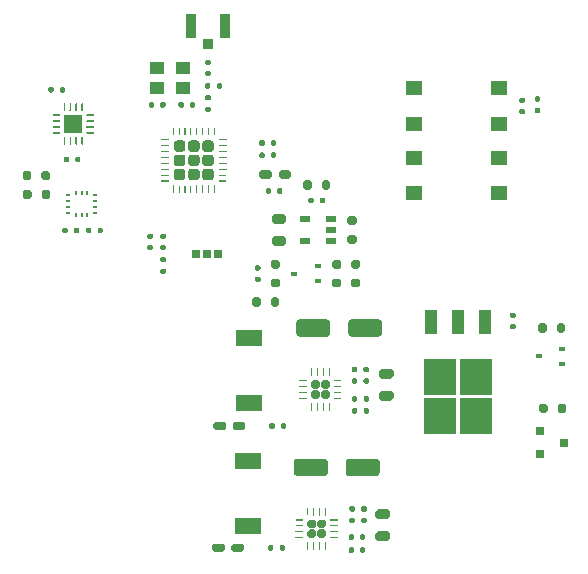
<source format=gtp>
G04 #@! TF.GenerationSoftware,KiCad,Pcbnew,5.1.6*
G04 #@! TF.CreationDate,2020-08-22T22:17:50-04:00*
G04 #@! TF.ProjectId,ball-spider,62616c6c-2d73-4706-9964-65722e6b6963,rev?*
G04 #@! TF.SameCoordinates,Original*
G04 #@! TF.FileFunction,Paste,Top*
G04 #@! TF.FilePolarity,Positive*
%FSLAX46Y46*%
G04 Gerber Fmt 4.6, Leading zero omitted, Abs format (unit mm)*
G04 Created by KiCad (PCBNEW 5.1.6) date 2020-08-22 22:17:50*
%MOMM*%
%LPD*%
G01*
G04 APERTURE LIST*
%ADD10R,0.907600X0.497600*%
%ADD11R,1.447600X1.247600*%
%ADD12R,0.547600X0.297600*%
%ADD13R,2.750000X3.050000*%
%ADD14R,1.047600X2.047600*%
%ADD15R,2.247600X1.347600*%
%ADD16R,0.800000X0.800000*%
%ADD17R,0.087600X0.747600*%
%ADD18R,0.747600X0.087600*%
%ADD19R,0.747600X0.647600*%
%ADD20R,0.147600X0.422600*%
%ADD21R,0.422600X0.147600*%
%ADD22R,1.247600X1.047600*%
%ADD23R,1.497600X1.497600*%
%ADD24R,0.897600X2.047600*%
%ADD25R,0.847600X0.897600*%
G04 APERTURE END LIST*
G36*
G01*
X58755000Y-132802500D02*
X58755000Y-132437500D01*
G75*
G02*
X58937500Y-132255000I182500J0D01*
G01*
X59302500Y-132255000D01*
G75*
G02*
X59485000Y-132437500I0J-182500D01*
G01*
X59485000Y-132802500D01*
G75*
G02*
X59302500Y-132985000I-182500J0D01*
G01*
X58937500Y-132985000D01*
G75*
G02*
X58755000Y-132802500I0J182500D01*
G01*
G37*
G36*
G01*
X58755000Y-131962500D02*
X58755000Y-131597500D01*
G75*
G02*
X58937500Y-131415000I182500J0D01*
G01*
X59302500Y-131415000D01*
G75*
G02*
X59485000Y-131597500I0J-182500D01*
G01*
X59485000Y-131962500D01*
G75*
G02*
X59302500Y-132145000I-182500J0D01*
G01*
X58937500Y-132145000D01*
G75*
G02*
X58755000Y-131962500I0J182500D01*
G01*
G37*
G36*
G01*
X57915000Y-132802500D02*
X57915000Y-132437500D01*
G75*
G02*
X58097500Y-132255000I182500J0D01*
G01*
X58462500Y-132255000D01*
G75*
G02*
X58645000Y-132437500I0J-182500D01*
G01*
X58645000Y-132802500D01*
G75*
G02*
X58462500Y-132985000I-182500J0D01*
G01*
X58097500Y-132985000D01*
G75*
G02*
X57915000Y-132802500I0J182500D01*
G01*
G37*
G36*
G01*
X57915000Y-131962500D02*
X57915000Y-131597500D01*
G75*
G02*
X58097500Y-131415000I182500J0D01*
G01*
X58462500Y-131415000D01*
G75*
G02*
X58645000Y-131597500I0J-182500D01*
G01*
X58645000Y-131962500D01*
G75*
G02*
X58462500Y-132145000I-182500J0D01*
G01*
X58097500Y-132145000D01*
G75*
G02*
X57915000Y-131962500I0J182500D01*
G01*
G37*
G36*
G01*
X57901200Y-131049400D02*
X57901200Y-130425600D01*
G75*
G02*
X57925600Y-130401200I24400J0D01*
G01*
X57974400Y-130401200D01*
G75*
G02*
X57998800Y-130425600I0J-24400D01*
G01*
X57998800Y-131049400D01*
G75*
G02*
X57974400Y-131073800I-24400J0D01*
G01*
X57925600Y-131073800D01*
G75*
G02*
X57901200Y-131049400I0J24400D01*
G01*
G37*
G36*
G01*
X58401200Y-131049400D02*
X58401200Y-130425600D01*
G75*
G02*
X58425600Y-130401200I24400J0D01*
G01*
X58474400Y-130401200D01*
G75*
G02*
X58498800Y-130425600I0J-24400D01*
G01*
X58498800Y-131049400D01*
G75*
G02*
X58474400Y-131073800I-24400J0D01*
G01*
X58425600Y-131073800D01*
G75*
G02*
X58401200Y-131049400I0J24400D01*
G01*
G37*
G36*
G01*
X58901200Y-131049400D02*
X58901200Y-130425600D01*
G75*
G02*
X58925600Y-130401200I24400J0D01*
G01*
X58974400Y-130401200D01*
G75*
G02*
X58998800Y-130425600I0J-24400D01*
G01*
X58998800Y-131049400D01*
G75*
G02*
X58974400Y-131073800I-24400J0D01*
G01*
X58925600Y-131073800D01*
G75*
G02*
X58901200Y-131049400I0J24400D01*
G01*
G37*
G36*
G01*
X59401200Y-131049400D02*
X59401200Y-130425600D01*
G75*
G02*
X59425600Y-130401200I24400J0D01*
G01*
X59474400Y-130401200D01*
G75*
G02*
X59498800Y-130425600I0J-24400D01*
G01*
X59498800Y-131049400D01*
G75*
G02*
X59474400Y-131073800I-24400J0D01*
G01*
X59425600Y-131073800D01*
G75*
G02*
X59401200Y-131049400I0J24400D01*
G01*
G37*
G36*
G01*
X59826200Y-131474400D02*
X59826200Y-131425600D01*
G75*
G02*
X59850600Y-131401200I24400J0D01*
G01*
X60474400Y-131401200D01*
G75*
G02*
X60498800Y-131425600I0J-24400D01*
G01*
X60498800Y-131474400D01*
G75*
G02*
X60474400Y-131498800I-24400J0D01*
G01*
X59850600Y-131498800D01*
G75*
G02*
X59826200Y-131474400I0J24400D01*
G01*
G37*
G36*
G01*
X59826200Y-131974400D02*
X59826200Y-131925600D01*
G75*
G02*
X59850600Y-131901200I24400J0D01*
G01*
X60474400Y-131901200D01*
G75*
G02*
X60498800Y-131925600I0J-24400D01*
G01*
X60498800Y-131974400D01*
G75*
G02*
X60474400Y-131998800I-24400J0D01*
G01*
X59850600Y-131998800D01*
G75*
G02*
X59826200Y-131974400I0J24400D01*
G01*
G37*
G36*
G01*
X59826200Y-132474400D02*
X59826200Y-132425600D01*
G75*
G02*
X59850600Y-132401200I24400J0D01*
G01*
X60474400Y-132401200D01*
G75*
G02*
X60498800Y-132425600I0J-24400D01*
G01*
X60498800Y-132474400D01*
G75*
G02*
X60474400Y-132498800I-24400J0D01*
G01*
X59850600Y-132498800D01*
G75*
G02*
X59826200Y-132474400I0J24400D01*
G01*
G37*
G36*
G01*
X59826200Y-132974400D02*
X59826200Y-132925600D01*
G75*
G02*
X59850600Y-132901200I24400J0D01*
G01*
X60474400Y-132901200D01*
G75*
G02*
X60498800Y-132925600I0J-24400D01*
G01*
X60498800Y-132974400D01*
G75*
G02*
X60474400Y-132998800I-24400J0D01*
G01*
X59850600Y-132998800D01*
G75*
G02*
X59826200Y-132974400I0J24400D01*
G01*
G37*
G36*
G01*
X59401200Y-133974400D02*
X59401200Y-133350600D01*
G75*
G02*
X59425600Y-133326200I24400J0D01*
G01*
X59474400Y-133326200D01*
G75*
G02*
X59498800Y-133350600I0J-24400D01*
G01*
X59498800Y-133974400D01*
G75*
G02*
X59474400Y-133998800I-24400J0D01*
G01*
X59425600Y-133998800D01*
G75*
G02*
X59401200Y-133974400I0J24400D01*
G01*
G37*
G36*
G01*
X58901200Y-133974400D02*
X58901200Y-133350600D01*
G75*
G02*
X58925600Y-133326200I24400J0D01*
G01*
X58974400Y-133326200D01*
G75*
G02*
X58998800Y-133350600I0J-24400D01*
G01*
X58998800Y-133974400D01*
G75*
G02*
X58974400Y-133998800I-24400J0D01*
G01*
X58925600Y-133998800D01*
G75*
G02*
X58901200Y-133974400I0J24400D01*
G01*
G37*
G36*
G01*
X58401200Y-133974400D02*
X58401200Y-133350600D01*
G75*
G02*
X58425600Y-133326200I24400J0D01*
G01*
X58474400Y-133326200D01*
G75*
G02*
X58498800Y-133350600I0J-24400D01*
G01*
X58498800Y-133974400D01*
G75*
G02*
X58474400Y-133998800I-24400J0D01*
G01*
X58425600Y-133998800D01*
G75*
G02*
X58401200Y-133974400I0J24400D01*
G01*
G37*
G36*
G01*
X57901200Y-133974400D02*
X57901200Y-133350600D01*
G75*
G02*
X57925600Y-133326200I24400J0D01*
G01*
X57974400Y-133326200D01*
G75*
G02*
X57998800Y-133350600I0J-24400D01*
G01*
X57998800Y-133974400D01*
G75*
G02*
X57974400Y-133998800I-24400J0D01*
G01*
X57925600Y-133998800D01*
G75*
G02*
X57901200Y-133974400I0J24400D01*
G01*
G37*
G36*
G01*
X56901200Y-132974400D02*
X56901200Y-132925600D01*
G75*
G02*
X56925600Y-132901200I24400J0D01*
G01*
X57549400Y-132901200D01*
G75*
G02*
X57573800Y-132925600I0J-24400D01*
G01*
X57573800Y-132974400D01*
G75*
G02*
X57549400Y-132998800I-24400J0D01*
G01*
X56925600Y-132998800D01*
G75*
G02*
X56901200Y-132974400I0J24400D01*
G01*
G37*
G36*
G01*
X56901200Y-132474400D02*
X56901200Y-132425600D01*
G75*
G02*
X56925600Y-132401200I24400J0D01*
G01*
X57549400Y-132401200D01*
G75*
G02*
X57573800Y-132425600I0J-24400D01*
G01*
X57573800Y-132474400D01*
G75*
G02*
X57549400Y-132498800I-24400J0D01*
G01*
X56925600Y-132498800D01*
G75*
G02*
X56901200Y-132474400I0J24400D01*
G01*
G37*
G36*
G01*
X56901200Y-131974400D02*
X56901200Y-131925600D01*
G75*
G02*
X56925600Y-131901200I24400J0D01*
G01*
X57549400Y-131901200D01*
G75*
G02*
X57573800Y-131925600I0J-24400D01*
G01*
X57573800Y-131974400D01*
G75*
G02*
X57549400Y-131998800I-24400J0D01*
G01*
X56925600Y-131998800D01*
G75*
G02*
X56901200Y-131974400I0J24400D01*
G01*
G37*
G36*
G01*
X56901200Y-131474400D02*
X56901200Y-131425600D01*
G75*
G02*
X56925600Y-131401200I24400J0D01*
G01*
X57549400Y-131401200D01*
G75*
G02*
X57573800Y-131425600I0J-24400D01*
G01*
X57573800Y-131474400D01*
G75*
G02*
X57549400Y-131498800I-24400J0D01*
G01*
X56925600Y-131498800D01*
G75*
G02*
X56901200Y-131474400I0J24400D01*
G01*
G37*
G36*
G01*
X59055000Y-121002500D02*
X59055000Y-120637500D01*
G75*
G02*
X59237500Y-120455000I182500J0D01*
G01*
X59602500Y-120455000D01*
G75*
G02*
X59785000Y-120637500I0J-182500D01*
G01*
X59785000Y-121002500D01*
G75*
G02*
X59602500Y-121185000I-182500J0D01*
G01*
X59237500Y-121185000D01*
G75*
G02*
X59055000Y-121002500I0J182500D01*
G01*
G37*
G36*
G01*
X59055000Y-120162500D02*
X59055000Y-119797500D01*
G75*
G02*
X59237500Y-119615000I182500J0D01*
G01*
X59602500Y-119615000D01*
G75*
G02*
X59785000Y-119797500I0J-182500D01*
G01*
X59785000Y-120162500D01*
G75*
G02*
X59602500Y-120345000I-182500J0D01*
G01*
X59237500Y-120345000D01*
G75*
G02*
X59055000Y-120162500I0J182500D01*
G01*
G37*
G36*
G01*
X58215000Y-121002500D02*
X58215000Y-120637500D01*
G75*
G02*
X58397500Y-120455000I182500J0D01*
G01*
X58762500Y-120455000D01*
G75*
G02*
X58945000Y-120637500I0J-182500D01*
G01*
X58945000Y-121002500D01*
G75*
G02*
X58762500Y-121185000I-182500J0D01*
G01*
X58397500Y-121185000D01*
G75*
G02*
X58215000Y-121002500I0J182500D01*
G01*
G37*
G36*
G01*
X58215000Y-120162500D02*
X58215000Y-119797500D01*
G75*
G02*
X58397500Y-119615000I182500J0D01*
G01*
X58762500Y-119615000D01*
G75*
G02*
X58945000Y-119797500I0J-182500D01*
G01*
X58945000Y-120162500D01*
G75*
G02*
X58762500Y-120345000I-182500J0D01*
G01*
X58397500Y-120345000D01*
G75*
G02*
X58215000Y-120162500I0J182500D01*
G01*
G37*
G36*
G01*
X58201200Y-119249400D02*
X58201200Y-118625600D01*
G75*
G02*
X58225600Y-118601200I24400J0D01*
G01*
X58274400Y-118601200D01*
G75*
G02*
X58298800Y-118625600I0J-24400D01*
G01*
X58298800Y-119249400D01*
G75*
G02*
X58274400Y-119273800I-24400J0D01*
G01*
X58225600Y-119273800D01*
G75*
G02*
X58201200Y-119249400I0J24400D01*
G01*
G37*
G36*
G01*
X58701200Y-119249400D02*
X58701200Y-118625600D01*
G75*
G02*
X58725600Y-118601200I24400J0D01*
G01*
X58774400Y-118601200D01*
G75*
G02*
X58798800Y-118625600I0J-24400D01*
G01*
X58798800Y-119249400D01*
G75*
G02*
X58774400Y-119273800I-24400J0D01*
G01*
X58725600Y-119273800D01*
G75*
G02*
X58701200Y-119249400I0J24400D01*
G01*
G37*
G36*
G01*
X59201200Y-119249400D02*
X59201200Y-118625600D01*
G75*
G02*
X59225600Y-118601200I24400J0D01*
G01*
X59274400Y-118601200D01*
G75*
G02*
X59298800Y-118625600I0J-24400D01*
G01*
X59298800Y-119249400D01*
G75*
G02*
X59274400Y-119273800I-24400J0D01*
G01*
X59225600Y-119273800D01*
G75*
G02*
X59201200Y-119249400I0J24400D01*
G01*
G37*
G36*
G01*
X59701200Y-119249400D02*
X59701200Y-118625600D01*
G75*
G02*
X59725600Y-118601200I24400J0D01*
G01*
X59774400Y-118601200D01*
G75*
G02*
X59798800Y-118625600I0J-24400D01*
G01*
X59798800Y-119249400D01*
G75*
G02*
X59774400Y-119273800I-24400J0D01*
G01*
X59725600Y-119273800D01*
G75*
G02*
X59701200Y-119249400I0J24400D01*
G01*
G37*
G36*
G01*
X60126200Y-119674400D02*
X60126200Y-119625600D01*
G75*
G02*
X60150600Y-119601200I24400J0D01*
G01*
X60774400Y-119601200D01*
G75*
G02*
X60798800Y-119625600I0J-24400D01*
G01*
X60798800Y-119674400D01*
G75*
G02*
X60774400Y-119698800I-24400J0D01*
G01*
X60150600Y-119698800D01*
G75*
G02*
X60126200Y-119674400I0J24400D01*
G01*
G37*
G36*
G01*
X60126200Y-120174400D02*
X60126200Y-120125600D01*
G75*
G02*
X60150600Y-120101200I24400J0D01*
G01*
X60774400Y-120101200D01*
G75*
G02*
X60798800Y-120125600I0J-24400D01*
G01*
X60798800Y-120174400D01*
G75*
G02*
X60774400Y-120198800I-24400J0D01*
G01*
X60150600Y-120198800D01*
G75*
G02*
X60126200Y-120174400I0J24400D01*
G01*
G37*
G36*
G01*
X60126200Y-120674400D02*
X60126200Y-120625600D01*
G75*
G02*
X60150600Y-120601200I24400J0D01*
G01*
X60774400Y-120601200D01*
G75*
G02*
X60798800Y-120625600I0J-24400D01*
G01*
X60798800Y-120674400D01*
G75*
G02*
X60774400Y-120698800I-24400J0D01*
G01*
X60150600Y-120698800D01*
G75*
G02*
X60126200Y-120674400I0J24400D01*
G01*
G37*
G36*
G01*
X60126200Y-121174400D02*
X60126200Y-121125600D01*
G75*
G02*
X60150600Y-121101200I24400J0D01*
G01*
X60774400Y-121101200D01*
G75*
G02*
X60798800Y-121125600I0J-24400D01*
G01*
X60798800Y-121174400D01*
G75*
G02*
X60774400Y-121198800I-24400J0D01*
G01*
X60150600Y-121198800D01*
G75*
G02*
X60126200Y-121174400I0J24400D01*
G01*
G37*
G36*
G01*
X59701200Y-122174400D02*
X59701200Y-121550600D01*
G75*
G02*
X59725600Y-121526200I24400J0D01*
G01*
X59774400Y-121526200D01*
G75*
G02*
X59798800Y-121550600I0J-24400D01*
G01*
X59798800Y-122174400D01*
G75*
G02*
X59774400Y-122198800I-24400J0D01*
G01*
X59725600Y-122198800D01*
G75*
G02*
X59701200Y-122174400I0J24400D01*
G01*
G37*
G36*
G01*
X59201200Y-122174400D02*
X59201200Y-121550600D01*
G75*
G02*
X59225600Y-121526200I24400J0D01*
G01*
X59274400Y-121526200D01*
G75*
G02*
X59298800Y-121550600I0J-24400D01*
G01*
X59298800Y-122174400D01*
G75*
G02*
X59274400Y-122198800I-24400J0D01*
G01*
X59225600Y-122198800D01*
G75*
G02*
X59201200Y-122174400I0J24400D01*
G01*
G37*
G36*
G01*
X58701200Y-122174400D02*
X58701200Y-121550600D01*
G75*
G02*
X58725600Y-121526200I24400J0D01*
G01*
X58774400Y-121526200D01*
G75*
G02*
X58798800Y-121550600I0J-24400D01*
G01*
X58798800Y-122174400D01*
G75*
G02*
X58774400Y-122198800I-24400J0D01*
G01*
X58725600Y-122198800D01*
G75*
G02*
X58701200Y-122174400I0J24400D01*
G01*
G37*
G36*
G01*
X58201200Y-122174400D02*
X58201200Y-121550600D01*
G75*
G02*
X58225600Y-121526200I24400J0D01*
G01*
X58274400Y-121526200D01*
G75*
G02*
X58298800Y-121550600I0J-24400D01*
G01*
X58298800Y-122174400D01*
G75*
G02*
X58274400Y-122198800I-24400J0D01*
G01*
X58225600Y-122198800D01*
G75*
G02*
X58201200Y-122174400I0J24400D01*
G01*
G37*
G36*
G01*
X57201200Y-121174400D02*
X57201200Y-121125600D01*
G75*
G02*
X57225600Y-121101200I24400J0D01*
G01*
X57849400Y-121101200D01*
G75*
G02*
X57873800Y-121125600I0J-24400D01*
G01*
X57873800Y-121174400D01*
G75*
G02*
X57849400Y-121198800I-24400J0D01*
G01*
X57225600Y-121198800D01*
G75*
G02*
X57201200Y-121174400I0J24400D01*
G01*
G37*
G36*
G01*
X57201200Y-120674400D02*
X57201200Y-120625600D01*
G75*
G02*
X57225600Y-120601200I24400J0D01*
G01*
X57849400Y-120601200D01*
G75*
G02*
X57873800Y-120625600I0J-24400D01*
G01*
X57873800Y-120674400D01*
G75*
G02*
X57849400Y-120698800I-24400J0D01*
G01*
X57225600Y-120698800D01*
G75*
G02*
X57201200Y-120674400I0J24400D01*
G01*
G37*
G36*
G01*
X57201200Y-120174400D02*
X57201200Y-120125600D01*
G75*
G02*
X57225600Y-120101200I24400J0D01*
G01*
X57849400Y-120101200D01*
G75*
G02*
X57873800Y-120125600I0J-24400D01*
G01*
X57873800Y-120174400D01*
G75*
G02*
X57849400Y-120198800I-24400J0D01*
G01*
X57225600Y-120198800D01*
G75*
G02*
X57201200Y-120174400I0J24400D01*
G01*
G37*
G36*
G01*
X57201200Y-119674400D02*
X57201200Y-119625600D01*
G75*
G02*
X57225600Y-119601200I24400J0D01*
G01*
X57849400Y-119601200D01*
G75*
G02*
X57873800Y-119625600I0J-24400D01*
G01*
X57873800Y-119674400D01*
G75*
G02*
X57849400Y-119698800I-24400J0D01*
G01*
X57225600Y-119698800D01*
G75*
G02*
X57201200Y-119674400I0J24400D01*
G01*
G37*
D10*
X57690000Y-107830000D03*
X57690000Y-105930000D03*
X59890000Y-105930000D03*
X59890000Y-106880000D03*
X59890000Y-107830000D03*
D11*
X74100000Y-100800000D03*
X66900000Y-100800000D03*
X74100000Y-103800000D03*
X66900000Y-103800000D03*
X74100000Y-94900000D03*
X66900000Y-94900000D03*
X74100000Y-97900000D03*
X66900000Y-97900000D03*
G36*
G01*
X53961300Y-112781850D02*
X53961300Y-113218150D01*
G75*
G02*
X53780650Y-113398800I-180650J0D01*
G01*
X53419350Y-113398800D01*
G75*
G02*
X53238700Y-113218150I0J180650D01*
G01*
X53238700Y-112781850D01*
G75*
G02*
X53419350Y-112601200I180650J0D01*
G01*
X53780650Y-112601200D01*
G75*
G02*
X53961300Y-112781850I0J-180650D01*
G01*
G37*
G36*
G01*
X55536300Y-112781850D02*
X55536300Y-113218150D01*
G75*
G02*
X55355650Y-113398800I-180650J0D01*
G01*
X54994350Y-113398800D01*
G75*
G02*
X54813700Y-113218150I0J180650D01*
G01*
X54813700Y-112781850D01*
G75*
G02*
X54994350Y-112601200I180650J0D01*
G01*
X55355650Y-112601200D01*
G75*
G02*
X55536300Y-112781850I0J-180650D01*
G01*
G37*
G36*
G01*
X54981850Y-111026200D02*
X55418150Y-111026200D01*
G75*
G02*
X55598800Y-111206850I0J-180650D01*
G01*
X55598800Y-111568150D01*
G75*
G02*
X55418150Y-111748800I-180650J0D01*
G01*
X54981850Y-111748800D01*
G75*
G02*
X54801200Y-111568150I0J180650D01*
G01*
X54801200Y-111206850D01*
G75*
G02*
X54981850Y-111026200I180650J0D01*
G01*
G37*
G36*
G01*
X54981850Y-109451200D02*
X55418150Y-109451200D01*
G75*
G02*
X55598800Y-109631850I0J-180650D01*
G01*
X55598800Y-109993150D01*
G75*
G02*
X55418150Y-110173800I-180650J0D01*
G01*
X54981850Y-110173800D01*
G75*
G02*
X54801200Y-109993150I0J180650D01*
G01*
X54801200Y-109631850D01*
G75*
G02*
X54981850Y-109451200I180650J0D01*
G01*
G37*
G36*
G01*
X60618150Y-110173800D02*
X60181850Y-110173800D01*
G75*
G02*
X60001200Y-109993150I0J180650D01*
G01*
X60001200Y-109631850D01*
G75*
G02*
X60181850Y-109451200I180650J0D01*
G01*
X60618150Y-109451200D01*
G75*
G02*
X60798800Y-109631850I0J-180650D01*
G01*
X60798800Y-109993150D01*
G75*
G02*
X60618150Y-110173800I-180650J0D01*
G01*
G37*
G36*
G01*
X60618150Y-111748800D02*
X60181850Y-111748800D01*
G75*
G02*
X60001200Y-111568150I0J180650D01*
G01*
X60001200Y-111206850D01*
G75*
G02*
X60181850Y-111026200I180650J0D01*
G01*
X60618150Y-111026200D01*
G75*
G02*
X60798800Y-111206850I0J-180650D01*
G01*
X60798800Y-111568150D01*
G75*
G02*
X60618150Y-111748800I-180650J0D01*
G01*
G37*
G36*
G01*
X55566200Y-133934400D02*
X55566200Y-133665600D01*
G75*
G02*
X55675600Y-133556200I109400J0D01*
G01*
X55894400Y-133556200D01*
G75*
G02*
X56003800Y-133665600I0J-109400D01*
G01*
X56003800Y-133934400D01*
G75*
G02*
X55894400Y-134043800I-109400J0D01*
G01*
X55675600Y-134043800D01*
G75*
G02*
X55566200Y-133934400I0J109400D01*
G01*
G37*
G36*
G01*
X54596200Y-133934400D02*
X54596200Y-133665600D01*
G75*
G02*
X54705600Y-133556200I109400J0D01*
G01*
X54924400Y-133556200D01*
G75*
G02*
X55033800Y-133665600I0J-109400D01*
G01*
X55033800Y-133934400D01*
G75*
G02*
X54924400Y-134043800I-109400J0D01*
G01*
X54705600Y-134043800D01*
G75*
G02*
X54596200Y-133934400I0J109400D01*
G01*
G37*
G36*
G01*
X61833800Y-133865600D02*
X61833800Y-134134400D01*
G75*
G02*
X61724400Y-134243800I-109400J0D01*
G01*
X61505600Y-134243800D01*
G75*
G02*
X61396200Y-134134400I0J109400D01*
G01*
X61396200Y-133865600D01*
G75*
G02*
X61505600Y-133756200I109400J0D01*
G01*
X61724400Y-133756200D01*
G75*
G02*
X61833800Y-133865600I0J-109400D01*
G01*
G37*
G36*
G01*
X62803800Y-133865600D02*
X62803800Y-134134400D01*
G75*
G02*
X62694400Y-134243800I-109400J0D01*
G01*
X62475600Y-134243800D01*
G75*
G02*
X62366200Y-134134400I0J109400D01*
G01*
X62366200Y-133865600D01*
G75*
G02*
X62475600Y-133756200I109400J0D01*
G01*
X62694400Y-133756200D01*
G75*
G02*
X62803800Y-133865600I0J-109400D01*
G01*
G37*
G36*
G01*
X61834400Y-130733800D02*
X61565600Y-130733800D01*
G75*
G02*
X61456200Y-130624400I0J109400D01*
G01*
X61456200Y-130405600D01*
G75*
G02*
X61565600Y-130296200I109400J0D01*
G01*
X61834400Y-130296200D01*
G75*
G02*
X61943800Y-130405600I0J-109400D01*
G01*
X61943800Y-130624400D01*
G75*
G02*
X61834400Y-130733800I-109400J0D01*
G01*
G37*
G36*
G01*
X61834400Y-131703800D02*
X61565600Y-131703800D01*
G75*
G02*
X61456200Y-131594400I0J109400D01*
G01*
X61456200Y-131375600D01*
G75*
G02*
X61565600Y-131266200I109400J0D01*
G01*
X61834400Y-131266200D01*
G75*
G02*
X61943800Y-131375600I0J-109400D01*
G01*
X61943800Y-131594400D01*
G75*
G02*
X61834400Y-131703800I-109400J0D01*
G01*
G37*
G36*
G01*
X55366200Y-103734400D02*
X55366200Y-103465600D01*
G75*
G02*
X55475600Y-103356200I109400J0D01*
G01*
X55694400Y-103356200D01*
G75*
G02*
X55803800Y-103465600I0J-109400D01*
G01*
X55803800Y-103734400D01*
G75*
G02*
X55694400Y-103843800I-109400J0D01*
G01*
X55475600Y-103843800D01*
G75*
G02*
X55366200Y-103734400I0J109400D01*
G01*
G37*
G36*
G01*
X54396200Y-103734400D02*
X54396200Y-103465600D01*
G75*
G02*
X54505600Y-103356200I109400J0D01*
G01*
X54724400Y-103356200D01*
G75*
G02*
X54833800Y-103465600I0J-109400D01*
G01*
X54833800Y-103734400D01*
G75*
G02*
X54724400Y-103843800I-109400J0D01*
G01*
X54505600Y-103843800D01*
G75*
G02*
X54396200Y-103734400I0J109400D01*
G01*
G37*
G36*
G01*
X55666200Y-123634400D02*
X55666200Y-123365600D01*
G75*
G02*
X55775600Y-123256200I109400J0D01*
G01*
X55994400Y-123256200D01*
G75*
G02*
X56103800Y-123365600I0J-109400D01*
G01*
X56103800Y-123634400D01*
G75*
G02*
X55994400Y-123743800I-109400J0D01*
G01*
X55775600Y-123743800D01*
G75*
G02*
X55666200Y-123634400I0J109400D01*
G01*
G37*
G36*
G01*
X54696200Y-123634400D02*
X54696200Y-123365600D01*
G75*
G02*
X54805600Y-123256200I109400J0D01*
G01*
X55024400Y-123256200D01*
G75*
G02*
X55133800Y-123365600I0J-109400D01*
G01*
X55133800Y-123634400D01*
G75*
G02*
X55024400Y-123743800I-109400J0D01*
G01*
X54805600Y-123743800D01*
G75*
G02*
X54696200Y-123634400I0J109400D01*
G01*
G37*
G36*
G01*
X61781850Y-111026200D02*
X62218150Y-111026200D01*
G75*
G02*
X62398800Y-111206850I0J-180650D01*
G01*
X62398800Y-111568150D01*
G75*
G02*
X62218150Y-111748800I-180650J0D01*
G01*
X61781850Y-111748800D01*
G75*
G02*
X61601200Y-111568150I0J180650D01*
G01*
X61601200Y-111206850D01*
G75*
G02*
X61781850Y-111026200I180650J0D01*
G01*
G37*
G36*
G01*
X61781850Y-109451200D02*
X62218150Y-109451200D01*
G75*
G02*
X62398800Y-109631850I0J-180650D01*
G01*
X62398800Y-109993150D01*
G75*
G02*
X62218150Y-110173800I-180650J0D01*
G01*
X61781850Y-110173800D01*
G75*
G02*
X61601200Y-109993150I0J180650D01*
G01*
X61601200Y-109631850D01*
G75*
G02*
X61781850Y-109451200I180650J0D01*
G01*
G37*
G36*
G01*
X62133800Y-122065600D02*
X62133800Y-122334400D01*
G75*
G02*
X62024400Y-122443800I-109400J0D01*
G01*
X61805600Y-122443800D01*
G75*
G02*
X61696200Y-122334400I0J109400D01*
G01*
X61696200Y-122065600D01*
G75*
G02*
X61805600Y-121956200I109400J0D01*
G01*
X62024400Y-121956200D01*
G75*
G02*
X62133800Y-122065600I0J-109400D01*
G01*
G37*
G36*
G01*
X63103800Y-122065600D02*
X63103800Y-122334400D01*
G75*
G02*
X62994400Y-122443800I-109400J0D01*
G01*
X62775600Y-122443800D01*
G75*
G02*
X62666200Y-122334400I0J109400D01*
G01*
X62666200Y-122065600D01*
G75*
G02*
X62775600Y-121956200I109400J0D01*
G01*
X62994400Y-121956200D01*
G75*
G02*
X63103800Y-122065600I0J-109400D01*
G01*
G37*
G36*
G01*
X62034400Y-118933800D02*
X61765600Y-118933800D01*
G75*
G02*
X61656200Y-118824400I0J109400D01*
G01*
X61656200Y-118605600D01*
G75*
G02*
X61765600Y-118496200I109400J0D01*
G01*
X62034400Y-118496200D01*
G75*
G02*
X62143800Y-118605600I0J-109400D01*
G01*
X62143800Y-118824400D01*
G75*
G02*
X62034400Y-118933800I-109400J0D01*
G01*
G37*
G36*
G01*
X62034400Y-119903800D02*
X61765600Y-119903800D01*
G75*
G02*
X61656200Y-119794400I0J109400D01*
G01*
X61656200Y-119575600D01*
G75*
G02*
X61765600Y-119466200I109400J0D01*
G01*
X62034400Y-119466200D01*
G75*
G02*
X62143800Y-119575600I0J-109400D01*
G01*
X62143800Y-119794400D01*
G75*
G02*
X62034400Y-119903800I-109400J0D01*
G01*
G37*
G36*
G01*
X76234400Y-96133800D02*
X75965600Y-96133800D01*
G75*
G02*
X75856200Y-96024400I0J109400D01*
G01*
X75856200Y-95805600D01*
G75*
G02*
X75965600Y-95696200I109400J0D01*
G01*
X76234400Y-95696200D01*
G75*
G02*
X76343800Y-95805600I0J-109400D01*
G01*
X76343800Y-96024400D01*
G75*
G02*
X76234400Y-96133800I-109400J0D01*
G01*
G37*
G36*
G01*
X76234400Y-97103800D02*
X75965600Y-97103800D01*
G75*
G02*
X75856200Y-96994400I0J109400D01*
G01*
X75856200Y-96775600D01*
G75*
G02*
X75965600Y-96666200I109400J0D01*
G01*
X76234400Y-96666200D01*
G75*
G02*
X76343800Y-96775600I0J-109400D01*
G01*
X76343800Y-96994400D01*
G75*
G02*
X76234400Y-97103800I-109400J0D01*
G01*
G37*
G36*
G01*
X75165600Y-114866200D02*
X75434400Y-114866200D01*
G75*
G02*
X75543800Y-114975600I0J-109400D01*
G01*
X75543800Y-115194400D01*
G75*
G02*
X75434400Y-115303800I-109400J0D01*
G01*
X75165600Y-115303800D01*
G75*
G02*
X75056200Y-115194400I0J109400D01*
G01*
X75056200Y-114975600D01*
G75*
G02*
X75165600Y-114866200I109400J0D01*
G01*
G37*
G36*
G01*
X75165600Y-113896200D02*
X75434400Y-113896200D01*
G75*
G02*
X75543800Y-114005600I0J-109400D01*
G01*
X75543800Y-114224400D01*
G75*
G02*
X75434400Y-114333800I-109400J0D01*
G01*
X75165600Y-114333800D01*
G75*
G02*
X75056200Y-114224400I0J109400D01*
G01*
X75056200Y-114005600D01*
G75*
G02*
X75165600Y-113896200I109400J0D01*
G01*
G37*
G36*
G01*
X78173800Y-114981850D02*
X78173800Y-115418150D01*
G75*
G02*
X77993150Y-115598800I-180650J0D01*
G01*
X77631850Y-115598800D01*
G75*
G02*
X77451200Y-115418150I0J180650D01*
G01*
X77451200Y-114981850D01*
G75*
G02*
X77631850Y-114801200I180650J0D01*
G01*
X77993150Y-114801200D01*
G75*
G02*
X78173800Y-114981850I0J-180650D01*
G01*
G37*
G36*
G01*
X79748800Y-114981850D02*
X79748800Y-115418150D01*
G75*
G02*
X79568150Y-115598800I-180650J0D01*
G01*
X79206850Y-115598800D01*
G75*
G02*
X79026200Y-115418150I0J180650D01*
G01*
X79026200Y-114981850D01*
G75*
G02*
X79206850Y-114801200I180650J0D01*
G01*
X79568150Y-114801200D01*
G75*
G02*
X79748800Y-114981850I0J-180650D01*
G01*
G37*
D12*
X56800000Y-110600000D03*
X58800000Y-109950000D03*
X58800000Y-111250000D03*
D13*
X69175000Y-119325000D03*
X72225000Y-122675000D03*
X72225000Y-119325000D03*
X69175000Y-122675000D03*
D14*
X68420000Y-114700000D03*
X70700000Y-114700000D03*
X72980000Y-114700000D03*
D12*
X77500000Y-117600000D03*
X79500000Y-116950000D03*
X79500000Y-118250000D03*
D15*
X52900000Y-126450000D03*
X52900000Y-131950000D03*
X53000000Y-116050000D03*
X53000000Y-121550000D03*
G36*
G01*
X50923800Y-133625600D02*
X50923800Y-133974400D01*
G75*
G02*
X50749400Y-134148800I-174400J0D01*
G01*
X50025600Y-134148800D01*
G75*
G02*
X49851200Y-133974400I0J174400D01*
G01*
X49851200Y-133625600D01*
G75*
G02*
X50025600Y-133451200I174400J0D01*
G01*
X50749400Y-133451200D01*
G75*
G02*
X50923800Y-133625600I0J-174400D01*
G01*
G37*
G36*
G01*
X52548800Y-133625600D02*
X52548800Y-133974400D01*
G75*
G02*
X52374400Y-134148800I-174400J0D01*
G01*
X51650600Y-134148800D01*
G75*
G02*
X51476200Y-133974400I0J174400D01*
G01*
X51476200Y-133625600D01*
G75*
G02*
X51650600Y-133451200I174400J0D01*
G01*
X52374400Y-133451200D01*
G75*
G02*
X52548800Y-133625600I0J-174400D01*
G01*
G37*
G36*
G01*
X55476200Y-102374400D02*
X55476200Y-102025600D01*
G75*
G02*
X55650600Y-101851200I174400J0D01*
G01*
X56374400Y-101851200D01*
G75*
G02*
X56548800Y-102025600I0J-174400D01*
G01*
X56548800Y-102374400D01*
G75*
G02*
X56374400Y-102548800I-174400J0D01*
G01*
X55650600Y-102548800D01*
G75*
G02*
X55476200Y-102374400I0J174400D01*
G01*
G37*
G36*
G01*
X53851200Y-102374400D02*
X53851200Y-102025600D01*
G75*
G02*
X54025600Y-101851200I174400J0D01*
G01*
X54749400Y-101851200D01*
G75*
G02*
X54923800Y-102025600I0J-174400D01*
G01*
X54923800Y-102374400D01*
G75*
G02*
X54749400Y-102548800I-174400J0D01*
G01*
X54025600Y-102548800D01*
G75*
G02*
X53851200Y-102374400I0J174400D01*
G01*
G37*
G36*
G01*
X51023800Y-123325600D02*
X51023800Y-123674400D01*
G75*
G02*
X50849400Y-123848800I-174400J0D01*
G01*
X50125600Y-123848800D01*
G75*
G02*
X49951200Y-123674400I0J174400D01*
G01*
X49951200Y-123325600D01*
G75*
G02*
X50125600Y-123151200I174400J0D01*
G01*
X50849400Y-123151200D01*
G75*
G02*
X51023800Y-123325600I0J-174400D01*
G01*
G37*
G36*
G01*
X52648800Y-123325600D02*
X52648800Y-123674400D01*
G75*
G02*
X52474400Y-123848800I-174400J0D01*
G01*
X51750600Y-123848800D01*
G75*
G02*
X51576200Y-123674400I0J174400D01*
G01*
X51576200Y-123325600D01*
G75*
G02*
X51750600Y-123151200I174400J0D01*
G01*
X52474400Y-123151200D01*
G75*
G02*
X52648800Y-123325600I0J-174400D01*
G01*
G37*
G36*
G01*
X53565600Y-110866200D02*
X53834400Y-110866200D01*
G75*
G02*
X53943800Y-110975600I0J-109400D01*
G01*
X53943800Y-111194400D01*
G75*
G02*
X53834400Y-111303800I-109400J0D01*
G01*
X53565600Y-111303800D01*
G75*
G02*
X53456200Y-111194400I0J109400D01*
G01*
X53456200Y-110975600D01*
G75*
G02*
X53565600Y-110866200I109400J0D01*
G01*
G37*
G36*
G01*
X53565600Y-109896200D02*
X53834400Y-109896200D01*
G75*
G02*
X53943800Y-110005600I0J-109400D01*
G01*
X53943800Y-110224400D01*
G75*
G02*
X53834400Y-110333800I-109400J0D01*
G01*
X53565600Y-110333800D01*
G75*
G02*
X53456200Y-110224400I0J109400D01*
G01*
X53456200Y-110005600D01*
G75*
G02*
X53565600Y-109896200I109400J0D01*
G01*
G37*
G36*
G01*
X61176200Y-127497613D02*
X61176200Y-126502387D01*
G75*
G02*
X61402387Y-126276200I226187J0D01*
G01*
X63797613Y-126276200D01*
G75*
G02*
X64023800Y-126502387I0J-226187D01*
G01*
X64023800Y-127497613D01*
G75*
G02*
X63797613Y-127723800I-226187J0D01*
G01*
X61402387Y-127723800D01*
G75*
G02*
X61176200Y-127497613I0J226187D01*
G01*
G37*
G36*
G01*
X56776200Y-127497613D02*
X56776200Y-126502387D01*
G75*
G02*
X57002387Y-126276200I226187J0D01*
G01*
X59397613Y-126276200D01*
G75*
G02*
X59623800Y-126502387I0J-226187D01*
G01*
X59623800Y-127497613D01*
G75*
G02*
X59397613Y-127723800I-226187J0D01*
G01*
X57002387Y-127723800D01*
G75*
G02*
X56776200Y-127497613I0J226187D01*
G01*
G37*
G36*
G01*
X63881850Y-132426200D02*
X64718150Y-132426200D01*
G75*
G02*
X64923800Y-132631850I0J-205650D01*
G01*
X64923800Y-133043150D01*
G75*
G02*
X64718150Y-133248800I-205650J0D01*
G01*
X63881850Y-133248800D01*
G75*
G02*
X63676200Y-133043150I0J205650D01*
G01*
X63676200Y-132631850D01*
G75*
G02*
X63881850Y-132426200I205650J0D01*
G01*
G37*
G36*
G01*
X63881850Y-130551200D02*
X64718150Y-130551200D01*
G75*
G02*
X64923800Y-130756850I0J-205650D01*
G01*
X64923800Y-131168150D01*
G75*
G02*
X64718150Y-131373800I-205650J0D01*
G01*
X63881850Y-131373800D01*
G75*
G02*
X63676200Y-131168150I0J205650D01*
G01*
X63676200Y-130756850D01*
G75*
G02*
X63881850Y-130551200I205650J0D01*
G01*
G37*
G36*
G01*
X62834400Y-130733800D02*
X62565600Y-130733800D01*
G75*
G02*
X62456200Y-130624400I0J109400D01*
G01*
X62456200Y-130405600D01*
G75*
G02*
X62565600Y-130296200I109400J0D01*
G01*
X62834400Y-130296200D01*
G75*
G02*
X62943800Y-130405600I0J-109400D01*
G01*
X62943800Y-130624400D01*
G75*
G02*
X62834400Y-130733800I-109400J0D01*
G01*
G37*
G36*
G01*
X62834400Y-131703800D02*
X62565600Y-131703800D01*
G75*
G02*
X62456200Y-131594400I0J109400D01*
G01*
X62456200Y-131375600D01*
G75*
G02*
X62565600Y-131266200I109400J0D01*
G01*
X62834400Y-131266200D01*
G75*
G02*
X62943800Y-131375600I0J-109400D01*
G01*
X62943800Y-131594400D01*
G75*
G02*
X62834400Y-131703800I-109400J0D01*
G01*
G37*
G36*
G01*
X62366200Y-133034400D02*
X62366200Y-132765600D01*
G75*
G02*
X62475600Y-132656200I109400J0D01*
G01*
X62694400Y-132656200D01*
G75*
G02*
X62803800Y-132765600I0J-109400D01*
G01*
X62803800Y-133034400D01*
G75*
G02*
X62694400Y-133143800I-109400J0D01*
G01*
X62475600Y-133143800D01*
G75*
G02*
X62366200Y-133034400I0J109400D01*
G01*
G37*
G36*
G01*
X61396200Y-133034400D02*
X61396200Y-132765600D01*
G75*
G02*
X61505600Y-132656200I109400J0D01*
G01*
X61724400Y-132656200D01*
G75*
G02*
X61833800Y-132765600I0J-109400D01*
G01*
X61833800Y-133034400D01*
G75*
G02*
X61724400Y-133143800I-109400J0D01*
G01*
X61505600Y-133143800D01*
G75*
G02*
X61396200Y-133034400I0J109400D01*
G01*
G37*
G36*
G01*
X61376200Y-115697613D02*
X61376200Y-114702387D01*
G75*
G02*
X61602387Y-114476200I226187J0D01*
G01*
X63997613Y-114476200D01*
G75*
G02*
X64223800Y-114702387I0J-226187D01*
G01*
X64223800Y-115697613D01*
G75*
G02*
X63997613Y-115923800I-226187J0D01*
G01*
X61602387Y-115923800D01*
G75*
G02*
X61376200Y-115697613I0J226187D01*
G01*
G37*
G36*
G01*
X56976200Y-115697613D02*
X56976200Y-114702387D01*
G75*
G02*
X57202387Y-114476200I226187J0D01*
G01*
X59597613Y-114476200D01*
G75*
G02*
X59823800Y-114702387I0J-226187D01*
G01*
X59823800Y-115697613D01*
G75*
G02*
X59597613Y-115923800I-226187J0D01*
G01*
X57202387Y-115923800D01*
G75*
G02*
X56976200Y-115697613I0J226187D01*
G01*
G37*
G36*
G01*
X64181850Y-120526200D02*
X65018150Y-120526200D01*
G75*
G02*
X65223800Y-120731850I0J-205650D01*
G01*
X65223800Y-121143150D01*
G75*
G02*
X65018150Y-121348800I-205650J0D01*
G01*
X64181850Y-121348800D01*
G75*
G02*
X63976200Y-121143150I0J205650D01*
G01*
X63976200Y-120731850D01*
G75*
G02*
X64181850Y-120526200I205650J0D01*
G01*
G37*
G36*
G01*
X64181850Y-118651200D02*
X65018150Y-118651200D01*
G75*
G02*
X65223800Y-118856850I0J-205650D01*
G01*
X65223800Y-119268150D01*
G75*
G02*
X65018150Y-119473800I-205650J0D01*
G01*
X64181850Y-119473800D01*
G75*
G02*
X63976200Y-119268150I0J205650D01*
G01*
X63976200Y-118856850D01*
G75*
G02*
X64181850Y-118651200I205650J0D01*
G01*
G37*
G36*
G01*
X45834400Y-107633800D02*
X45565600Y-107633800D01*
G75*
G02*
X45456200Y-107524400I0J109400D01*
G01*
X45456200Y-107305600D01*
G75*
G02*
X45565600Y-107196200I109400J0D01*
G01*
X45834400Y-107196200D01*
G75*
G02*
X45943800Y-107305600I0J-109400D01*
G01*
X45943800Y-107524400D01*
G75*
G02*
X45834400Y-107633800I-109400J0D01*
G01*
G37*
G36*
G01*
X45834400Y-108603800D02*
X45565600Y-108603800D01*
G75*
G02*
X45456200Y-108494400I0J109400D01*
G01*
X45456200Y-108275600D01*
G75*
G02*
X45565600Y-108166200I109400J0D01*
G01*
X45834400Y-108166200D01*
G75*
G02*
X45943800Y-108275600I0J-109400D01*
G01*
X45943800Y-108494400D01*
G75*
G02*
X45834400Y-108603800I-109400J0D01*
G01*
G37*
G36*
G01*
X63034400Y-118933800D02*
X62765600Y-118933800D01*
G75*
G02*
X62656200Y-118824400I0J109400D01*
G01*
X62656200Y-118605600D01*
G75*
G02*
X62765600Y-118496200I109400J0D01*
G01*
X63034400Y-118496200D01*
G75*
G02*
X63143800Y-118605600I0J-109400D01*
G01*
X63143800Y-118824400D01*
G75*
G02*
X63034400Y-118933800I-109400J0D01*
G01*
G37*
G36*
G01*
X63034400Y-119903800D02*
X62765600Y-119903800D01*
G75*
G02*
X62656200Y-119794400I0J109400D01*
G01*
X62656200Y-119575600D01*
G75*
G02*
X62765600Y-119466200I109400J0D01*
G01*
X63034400Y-119466200D01*
G75*
G02*
X63143800Y-119575600I0J-109400D01*
G01*
X63143800Y-119794400D01*
G75*
G02*
X63034400Y-119903800I-109400J0D01*
G01*
G37*
G36*
G01*
X62666200Y-121334400D02*
X62666200Y-121065600D01*
G75*
G02*
X62775600Y-120956200I109400J0D01*
G01*
X62994400Y-120956200D01*
G75*
G02*
X63103800Y-121065600I0J-109400D01*
G01*
X63103800Y-121334400D01*
G75*
G02*
X62994400Y-121443800I-109400J0D01*
G01*
X62775600Y-121443800D01*
G75*
G02*
X62666200Y-121334400I0J109400D01*
G01*
G37*
G36*
G01*
X61696200Y-121334400D02*
X61696200Y-121065600D01*
G75*
G02*
X61805600Y-120956200I109400J0D01*
G01*
X62024400Y-120956200D01*
G75*
G02*
X62133800Y-121065600I0J-109400D01*
G01*
X62133800Y-121334400D01*
G75*
G02*
X62024400Y-121443800I-109400J0D01*
G01*
X61805600Y-121443800D01*
G75*
G02*
X61696200Y-121334400I0J109400D01*
G01*
G37*
G36*
G01*
X55918150Y-106373800D02*
X55081850Y-106373800D01*
G75*
G02*
X54876200Y-106168150I0J205650D01*
G01*
X54876200Y-105756850D01*
G75*
G02*
X55081850Y-105551200I205650J0D01*
G01*
X55918150Y-105551200D01*
G75*
G02*
X56123800Y-105756850I0J-205650D01*
G01*
X56123800Y-106168150D01*
G75*
G02*
X55918150Y-106373800I-205650J0D01*
G01*
G37*
G36*
G01*
X55918150Y-108248800D02*
X55081850Y-108248800D01*
G75*
G02*
X54876200Y-108043150I0J205650D01*
G01*
X54876200Y-107631850D01*
G75*
G02*
X55081850Y-107426200I205650J0D01*
G01*
X55918150Y-107426200D01*
G75*
G02*
X56123800Y-107631850I0J-205650D01*
G01*
X56123800Y-108043150D01*
G75*
G02*
X55918150Y-108248800I-205650J0D01*
G01*
G37*
G36*
G01*
X45834400Y-109633800D02*
X45565600Y-109633800D01*
G75*
G02*
X45456200Y-109524400I0J109400D01*
G01*
X45456200Y-109305600D01*
G75*
G02*
X45565600Y-109196200I109400J0D01*
G01*
X45834400Y-109196200D01*
G75*
G02*
X45943800Y-109305600I0J-109400D01*
G01*
X45943800Y-109524400D01*
G75*
G02*
X45834400Y-109633800I-109400J0D01*
G01*
G37*
G36*
G01*
X45834400Y-110603800D02*
X45565600Y-110603800D01*
G75*
G02*
X45456200Y-110494400I0J109400D01*
G01*
X45456200Y-110275600D01*
G75*
G02*
X45565600Y-110166200I109400J0D01*
G01*
X45834400Y-110166200D01*
G75*
G02*
X45943800Y-110275600I0J-109400D01*
G01*
X45943800Y-110494400D01*
G75*
G02*
X45834400Y-110603800I-109400J0D01*
G01*
G37*
G36*
G01*
X58966200Y-104534400D02*
X58966200Y-104265600D01*
G75*
G02*
X59075600Y-104156200I109400J0D01*
G01*
X59294400Y-104156200D01*
G75*
G02*
X59403800Y-104265600I0J-109400D01*
G01*
X59403800Y-104534400D01*
G75*
G02*
X59294400Y-104643800I-109400J0D01*
G01*
X59075600Y-104643800D01*
G75*
G02*
X58966200Y-104534400I0J109400D01*
G01*
G37*
G36*
G01*
X57996200Y-104534400D02*
X57996200Y-104265600D01*
G75*
G02*
X58105600Y-104156200I109400J0D01*
G01*
X58324400Y-104156200D01*
G75*
G02*
X58433800Y-104265600I0J-109400D01*
G01*
X58433800Y-104534400D01*
G75*
G02*
X58324400Y-104643800I-109400J0D01*
G01*
X58105600Y-104643800D01*
G75*
G02*
X57996200Y-104534400I0J109400D01*
G01*
G37*
G36*
G01*
X61918150Y-106473800D02*
X61481850Y-106473800D01*
G75*
G02*
X61301200Y-106293150I0J180650D01*
G01*
X61301200Y-105931850D01*
G75*
G02*
X61481850Y-105751200I180650J0D01*
G01*
X61918150Y-105751200D01*
G75*
G02*
X62098800Y-105931850I0J-180650D01*
G01*
X62098800Y-106293150D01*
G75*
G02*
X61918150Y-106473800I-180650J0D01*
G01*
G37*
G36*
G01*
X61918150Y-108048800D02*
X61481850Y-108048800D01*
G75*
G02*
X61301200Y-107868150I0J180650D01*
G01*
X61301200Y-107506850D01*
G75*
G02*
X61481850Y-107326200I180650J0D01*
G01*
X61918150Y-107326200D01*
G75*
G02*
X62098800Y-107506850I0J-180650D01*
G01*
X62098800Y-107868150D01*
G75*
G02*
X61918150Y-108048800I-180650J0D01*
G01*
G37*
G36*
G01*
X77534400Y-96033800D02*
X77265600Y-96033800D01*
G75*
G02*
X77156200Y-95924400I0J109400D01*
G01*
X77156200Y-95705600D01*
G75*
G02*
X77265600Y-95596200I109400J0D01*
G01*
X77534400Y-95596200D01*
G75*
G02*
X77643800Y-95705600I0J-109400D01*
G01*
X77643800Y-95924400D01*
G75*
G02*
X77534400Y-96033800I-109400J0D01*
G01*
G37*
G36*
G01*
X77534400Y-97003800D02*
X77265600Y-97003800D01*
G75*
G02*
X77156200Y-96894400I0J109400D01*
G01*
X77156200Y-96675600D01*
G75*
G02*
X77265600Y-96566200I109400J0D01*
G01*
X77534400Y-96566200D01*
G75*
G02*
X77643800Y-96675600I0J-109400D01*
G01*
X77643800Y-96894400D01*
G75*
G02*
X77534400Y-97003800I-109400J0D01*
G01*
G37*
D16*
X48450000Y-108900000D03*
X50350000Y-108900000D03*
X49400000Y-108900000D03*
D17*
X51150000Y-107600000D03*
X50650000Y-107600000D03*
X50150000Y-107600000D03*
X49650000Y-107600000D03*
X49150000Y-107600000D03*
X48650000Y-107600000D03*
X48150000Y-107600000D03*
X47650000Y-107600000D03*
X51150000Y-110200000D03*
X50650000Y-110200000D03*
X50150000Y-110200000D03*
X49650000Y-110200000D03*
X49150000Y-110200000D03*
X48650000Y-110200000D03*
X48150000Y-110200000D03*
X47650000Y-110200000D03*
D18*
X51700000Y-108650000D03*
X51700000Y-109150000D03*
X47100000Y-108650000D03*
X47100000Y-109150000D03*
G36*
G01*
X78261300Y-121781850D02*
X78261300Y-122218150D01*
G75*
G02*
X78080650Y-122398800I-180650J0D01*
G01*
X77719350Y-122398800D01*
G75*
G02*
X77538700Y-122218150I0J180650D01*
G01*
X77538700Y-121781850D01*
G75*
G02*
X77719350Y-121601200I180650J0D01*
G01*
X78080650Y-121601200D01*
G75*
G02*
X78261300Y-121781850I0J-180650D01*
G01*
G37*
G36*
G01*
X79836300Y-121781850D02*
X79836300Y-122218150D01*
G75*
G02*
X79655650Y-122398800I-180650J0D01*
G01*
X79294350Y-122398800D01*
G75*
G02*
X79113700Y-122218150I0J180650D01*
G01*
X79113700Y-121781850D01*
G75*
G02*
X79294350Y-121601200I180650J0D01*
G01*
X79655650Y-121601200D01*
G75*
G02*
X79836300Y-121781850I0J-180650D01*
G01*
G37*
D19*
X79600000Y-124900000D03*
X77600000Y-125850000D03*
X77600000Y-123950000D03*
G36*
G01*
X44734400Y-108603800D02*
X44465600Y-108603800D01*
G75*
G02*
X44356200Y-108494400I0J109400D01*
G01*
X44356200Y-108275600D01*
G75*
G02*
X44465600Y-108166200I109400J0D01*
G01*
X44734400Y-108166200D01*
G75*
G02*
X44843800Y-108275600I0J-109400D01*
G01*
X44843800Y-108494400D01*
G75*
G02*
X44734400Y-108603800I-109400J0D01*
G01*
G37*
G36*
G01*
X44734400Y-107633800D02*
X44465600Y-107633800D01*
G75*
G02*
X44356200Y-107524400I0J109400D01*
G01*
X44356200Y-107305600D01*
G75*
G02*
X44465600Y-107196200I109400J0D01*
G01*
X44734400Y-107196200D01*
G75*
G02*
X44843800Y-107305600I0J-109400D01*
G01*
X44843800Y-107524400D01*
G75*
G02*
X44734400Y-107633800I-109400J0D01*
G01*
G37*
D20*
X38290000Y-103767500D03*
X38790000Y-103767500D03*
X39290000Y-103767500D03*
D21*
X39952500Y-103930000D03*
X39952500Y-104430000D03*
X39952500Y-104930000D03*
X39952500Y-105430000D03*
D20*
X39290000Y-105592500D03*
X38790000Y-105592500D03*
X38290000Y-105592500D03*
D21*
X37627500Y-105430000D03*
X37627500Y-104930000D03*
X37627500Y-104430000D03*
X37627500Y-103930000D03*
D22*
X45200000Y-93150000D03*
X47400000Y-93150000D03*
X47400000Y-94850000D03*
X45200000Y-94850000D03*
G36*
G01*
X46149400Y-102798800D02*
X45550600Y-102798800D01*
G75*
G02*
X45526200Y-102774400I0J24400D01*
G01*
X45526200Y-102725600D01*
G75*
G02*
X45550600Y-102701200I24400J0D01*
G01*
X46149400Y-102701200D01*
G75*
G02*
X46173800Y-102725600I0J-24400D01*
G01*
X46173800Y-102774400D01*
G75*
G02*
X46149400Y-102798800I-24400J0D01*
G01*
G37*
G36*
G01*
X46149400Y-102298800D02*
X45550600Y-102298800D01*
G75*
G02*
X45526200Y-102274400I0J24400D01*
G01*
X45526200Y-102225600D01*
G75*
G02*
X45550600Y-102201200I24400J0D01*
G01*
X46149400Y-102201200D01*
G75*
G02*
X46173800Y-102225600I0J-24400D01*
G01*
X46173800Y-102274400D01*
G75*
G02*
X46149400Y-102298800I-24400J0D01*
G01*
G37*
G36*
G01*
X46149400Y-101798800D02*
X45550600Y-101798800D01*
G75*
G02*
X45526200Y-101774400I0J24400D01*
G01*
X45526200Y-101725600D01*
G75*
G02*
X45550600Y-101701200I24400J0D01*
G01*
X46149400Y-101701200D01*
G75*
G02*
X46173800Y-101725600I0J-24400D01*
G01*
X46173800Y-101774400D01*
G75*
G02*
X46149400Y-101798800I-24400J0D01*
G01*
G37*
G36*
G01*
X46149400Y-101298800D02*
X45550600Y-101298800D01*
G75*
G02*
X45526200Y-101274400I0J24400D01*
G01*
X45526200Y-101225600D01*
G75*
G02*
X45550600Y-101201200I24400J0D01*
G01*
X46149400Y-101201200D01*
G75*
G02*
X46173800Y-101225600I0J-24400D01*
G01*
X46173800Y-101274400D01*
G75*
G02*
X46149400Y-101298800I-24400J0D01*
G01*
G37*
G36*
G01*
X46149400Y-100798800D02*
X45550600Y-100798800D01*
G75*
G02*
X45526200Y-100774400I0J24400D01*
G01*
X45526200Y-100725600D01*
G75*
G02*
X45550600Y-100701200I24400J0D01*
G01*
X46149400Y-100701200D01*
G75*
G02*
X46173800Y-100725600I0J-24400D01*
G01*
X46173800Y-100774400D01*
G75*
G02*
X46149400Y-100798800I-24400J0D01*
G01*
G37*
G36*
G01*
X46149400Y-100298800D02*
X45550600Y-100298800D01*
G75*
G02*
X45526200Y-100274400I0J24400D01*
G01*
X45526200Y-100225600D01*
G75*
G02*
X45550600Y-100201200I24400J0D01*
G01*
X46149400Y-100201200D01*
G75*
G02*
X46173800Y-100225600I0J-24400D01*
G01*
X46173800Y-100274400D01*
G75*
G02*
X46149400Y-100298800I-24400J0D01*
G01*
G37*
G36*
G01*
X46149400Y-99798800D02*
X45550600Y-99798800D01*
G75*
G02*
X45526200Y-99774400I0J24400D01*
G01*
X45526200Y-99725600D01*
G75*
G02*
X45550600Y-99701200I24400J0D01*
G01*
X46149400Y-99701200D01*
G75*
G02*
X46173800Y-99725600I0J-24400D01*
G01*
X46173800Y-99774400D01*
G75*
G02*
X46149400Y-99798800I-24400J0D01*
G01*
G37*
G36*
G01*
X46149400Y-99298800D02*
X45550600Y-99298800D01*
G75*
G02*
X45526200Y-99274400I0J24400D01*
G01*
X45526200Y-99225600D01*
G75*
G02*
X45550600Y-99201200I24400J0D01*
G01*
X46149400Y-99201200D01*
G75*
G02*
X46173800Y-99225600I0J-24400D01*
G01*
X46173800Y-99274400D01*
G75*
G02*
X46149400Y-99298800I-24400J0D01*
G01*
G37*
G36*
G01*
X46574400Y-98873800D02*
X46525600Y-98873800D01*
G75*
G02*
X46501200Y-98849400I0J24400D01*
G01*
X46501200Y-98250600D01*
G75*
G02*
X46525600Y-98226200I24400J0D01*
G01*
X46574400Y-98226200D01*
G75*
G02*
X46598800Y-98250600I0J-24400D01*
G01*
X46598800Y-98849400D01*
G75*
G02*
X46574400Y-98873800I-24400J0D01*
G01*
G37*
G36*
G01*
X47074400Y-98873800D02*
X47025600Y-98873800D01*
G75*
G02*
X47001200Y-98849400I0J24400D01*
G01*
X47001200Y-98250600D01*
G75*
G02*
X47025600Y-98226200I24400J0D01*
G01*
X47074400Y-98226200D01*
G75*
G02*
X47098800Y-98250600I0J-24400D01*
G01*
X47098800Y-98849400D01*
G75*
G02*
X47074400Y-98873800I-24400J0D01*
G01*
G37*
G36*
G01*
X47574400Y-98873800D02*
X47525600Y-98873800D01*
G75*
G02*
X47501200Y-98849400I0J24400D01*
G01*
X47501200Y-98250600D01*
G75*
G02*
X47525600Y-98226200I24400J0D01*
G01*
X47574400Y-98226200D01*
G75*
G02*
X47598800Y-98250600I0J-24400D01*
G01*
X47598800Y-98849400D01*
G75*
G02*
X47574400Y-98873800I-24400J0D01*
G01*
G37*
G36*
G01*
X48074400Y-98873800D02*
X48025600Y-98873800D01*
G75*
G02*
X48001200Y-98849400I0J24400D01*
G01*
X48001200Y-98250600D01*
G75*
G02*
X48025600Y-98226200I24400J0D01*
G01*
X48074400Y-98226200D01*
G75*
G02*
X48098800Y-98250600I0J-24400D01*
G01*
X48098800Y-98849400D01*
G75*
G02*
X48074400Y-98873800I-24400J0D01*
G01*
G37*
G36*
G01*
X48574400Y-98873800D02*
X48525600Y-98873800D01*
G75*
G02*
X48501200Y-98849400I0J24400D01*
G01*
X48501200Y-98250600D01*
G75*
G02*
X48525600Y-98226200I24400J0D01*
G01*
X48574400Y-98226200D01*
G75*
G02*
X48598800Y-98250600I0J-24400D01*
G01*
X48598800Y-98849400D01*
G75*
G02*
X48574400Y-98873800I-24400J0D01*
G01*
G37*
G36*
G01*
X49074400Y-98873800D02*
X49025600Y-98873800D01*
G75*
G02*
X49001200Y-98849400I0J24400D01*
G01*
X49001200Y-98250600D01*
G75*
G02*
X49025600Y-98226200I24400J0D01*
G01*
X49074400Y-98226200D01*
G75*
G02*
X49098800Y-98250600I0J-24400D01*
G01*
X49098800Y-98849400D01*
G75*
G02*
X49074400Y-98873800I-24400J0D01*
G01*
G37*
G36*
G01*
X49574400Y-98873800D02*
X49525600Y-98873800D01*
G75*
G02*
X49501200Y-98849400I0J24400D01*
G01*
X49501200Y-98250600D01*
G75*
G02*
X49525600Y-98226200I24400J0D01*
G01*
X49574400Y-98226200D01*
G75*
G02*
X49598800Y-98250600I0J-24400D01*
G01*
X49598800Y-98849400D01*
G75*
G02*
X49574400Y-98873800I-24400J0D01*
G01*
G37*
G36*
G01*
X50074400Y-98873800D02*
X50025600Y-98873800D01*
G75*
G02*
X50001200Y-98849400I0J24400D01*
G01*
X50001200Y-98250600D01*
G75*
G02*
X50025600Y-98226200I24400J0D01*
G01*
X50074400Y-98226200D01*
G75*
G02*
X50098800Y-98250600I0J-24400D01*
G01*
X50098800Y-98849400D01*
G75*
G02*
X50074400Y-98873800I-24400J0D01*
G01*
G37*
G36*
G01*
X51049400Y-99298800D02*
X50450600Y-99298800D01*
G75*
G02*
X50426200Y-99274400I0J24400D01*
G01*
X50426200Y-99225600D01*
G75*
G02*
X50450600Y-99201200I24400J0D01*
G01*
X51049400Y-99201200D01*
G75*
G02*
X51073800Y-99225600I0J-24400D01*
G01*
X51073800Y-99274400D01*
G75*
G02*
X51049400Y-99298800I-24400J0D01*
G01*
G37*
G36*
G01*
X51049400Y-99798800D02*
X50450600Y-99798800D01*
G75*
G02*
X50426200Y-99774400I0J24400D01*
G01*
X50426200Y-99725600D01*
G75*
G02*
X50450600Y-99701200I24400J0D01*
G01*
X51049400Y-99701200D01*
G75*
G02*
X51073800Y-99725600I0J-24400D01*
G01*
X51073800Y-99774400D01*
G75*
G02*
X51049400Y-99798800I-24400J0D01*
G01*
G37*
G36*
G01*
X51049400Y-100298800D02*
X50450600Y-100298800D01*
G75*
G02*
X50426200Y-100274400I0J24400D01*
G01*
X50426200Y-100225600D01*
G75*
G02*
X50450600Y-100201200I24400J0D01*
G01*
X51049400Y-100201200D01*
G75*
G02*
X51073800Y-100225600I0J-24400D01*
G01*
X51073800Y-100274400D01*
G75*
G02*
X51049400Y-100298800I-24400J0D01*
G01*
G37*
G36*
G01*
X51049400Y-100798800D02*
X50450600Y-100798800D01*
G75*
G02*
X50426200Y-100774400I0J24400D01*
G01*
X50426200Y-100725600D01*
G75*
G02*
X50450600Y-100701200I24400J0D01*
G01*
X51049400Y-100701200D01*
G75*
G02*
X51073800Y-100725600I0J-24400D01*
G01*
X51073800Y-100774400D01*
G75*
G02*
X51049400Y-100798800I-24400J0D01*
G01*
G37*
G36*
G01*
X51049400Y-101298800D02*
X50450600Y-101298800D01*
G75*
G02*
X50426200Y-101274400I0J24400D01*
G01*
X50426200Y-101225600D01*
G75*
G02*
X50450600Y-101201200I24400J0D01*
G01*
X51049400Y-101201200D01*
G75*
G02*
X51073800Y-101225600I0J-24400D01*
G01*
X51073800Y-101274400D01*
G75*
G02*
X51049400Y-101298800I-24400J0D01*
G01*
G37*
G36*
G01*
X51049400Y-101798800D02*
X50450600Y-101798800D01*
G75*
G02*
X50426200Y-101774400I0J24400D01*
G01*
X50426200Y-101725600D01*
G75*
G02*
X50450600Y-101701200I24400J0D01*
G01*
X51049400Y-101701200D01*
G75*
G02*
X51073800Y-101725600I0J-24400D01*
G01*
X51073800Y-101774400D01*
G75*
G02*
X51049400Y-101798800I-24400J0D01*
G01*
G37*
G36*
G01*
X51049400Y-102298800D02*
X50450600Y-102298800D01*
G75*
G02*
X50426200Y-102274400I0J24400D01*
G01*
X50426200Y-102225600D01*
G75*
G02*
X50450600Y-102201200I24400J0D01*
G01*
X51049400Y-102201200D01*
G75*
G02*
X51073800Y-102225600I0J-24400D01*
G01*
X51073800Y-102274400D01*
G75*
G02*
X51049400Y-102298800I-24400J0D01*
G01*
G37*
G36*
G01*
X51049400Y-102798800D02*
X50450600Y-102798800D01*
G75*
G02*
X50426200Y-102774400I0J24400D01*
G01*
X50426200Y-102725600D01*
G75*
G02*
X50450600Y-102701200I24400J0D01*
G01*
X51049400Y-102701200D01*
G75*
G02*
X51073800Y-102725600I0J-24400D01*
G01*
X51073800Y-102774400D01*
G75*
G02*
X51049400Y-102798800I-24400J0D01*
G01*
G37*
G36*
G01*
X50074400Y-103773800D02*
X50025600Y-103773800D01*
G75*
G02*
X50001200Y-103749400I0J24400D01*
G01*
X50001200Y-103150600D01*
G75*
G02*
X50025600Y-103126200I24400J0D01*
G01*
X50074400Y-103126200D01*
G75*
G02*
X50098800Y-103150600I0J-24400D01*
G01*
X50098800Y-103749400D01*
G75*
G02*
X50074400Y-103773800I-24400J0D01*
G01*
G37*
G36*
G01*
X49574400Y-103773800D02*
X49525600Y-103773800D01*
G75*
G02*
X49501200Y-103749400I0J24400D01*
G01*
X49501200Y-103150600D01*
G75*
G02*
X49525600Y-103126200I24400J0D01*
G01*
X49574400Y-103126200D01*
G75*
G02*
X49598800Y-103150600I0J-24400D01*
G01*
X49598800Y-103749400D01*
G75*
G02*
X49574400Y-103773800I-24400J0D01*
G01*
G37*
G36*
G01*
X49074400Y-103773800D02*
X49025600Y-103773800D01*
G75*
G02*
X49001200Y-103749400I0J24400D01*
G01*
X49001200Y-103150600D01*
G75*
G02*
X49025600Y-103126200I24400J0D01*
G01*
X49074400Y-103126200D01*
G75*
G02*
X49098800Y-103150600I0J-24400D01*
G01*
X49098800Y-103749400D01*
G75*
G02*
X49074400Y-103773800I-24400J0D01*
G01*
G37*
G36*
G01*
X48574400Y-103773800D02*
X48525600Y-103773800D01*
G75*
G02*
X48501200Y-103749400I0J24400D01*
G01*
X48501200Y-103150600D01*
G75*
G02*
X48525600Y-103126200I24400J0D01*
G01*
X48574400Y-103126200D01*
G75*
G02*
X48598800Y-103150600I0J-24400D01*
G01*
X48598800Y-103749400D01*
G75*
G02*
X48574400Y-103773800I-24400J0D01*
G01*
G37*
G36*
G01*
X48074400Y-103773800D02*
X48025600Y-103773800D01*
G75*
G02*
X48001200Y-103749400I0J24400D01*
G01*
X48001200Y-103150600D01*
G75*
G02*
X48025600Y-103126200I24400J0D01*
G01*
X48074400Y-103126200D01*
G75*
G02*
X48098800Y-103150600I0J-24400D01*
G01*
X48098800Y-103749400D01*
G75*
G02*
X48074400Y-103773800I-24400J0D01*
G01*
G37*
G36*
G01*
X47574400Y-103773800D02*
X47525600Y-103773800D01*
G75*
G02*
X47501200Y-103749400I0J24400D01*
G01*
X47501200Y-103150600D01*
G75*
G02*
X47525600Y-103126200I24400J0D01*
G01*
X47574400Y-103126200D01*
G75*
G02*
X47598800Y-103150600I0J-24400D01*
G01*
X47598800Y-103749400D01*
G75*
G02*
X47574400Y-103773800I-24400J0D01*
G01*
G37*
G36*
G01*
X47074400Y-103773800D02*
X47025600Y-103773800D01*
G75*
G02*
X47001200Y-103749400I0J24400D01*
G01*
X47001200Y-103150600D01*
G75*
G02*
X47025600Y-103126200I24400J0D01*
G01*
X47074400Y-103126200D01*
G75*
G02*
X47098800Y-103150600I0J-24400D01*
G01*
X47098800Y-103749400D01*
G75*
G02*
X47074400Y-103773800I-24400J0D01*
G01*
G37*
G36*
G01*
X46574400Y-103773800D02*
X46525600Y-103773800D01*
G75*
G02*
X46501200Y-103749400I0J24400D01*
G01*
X46501200Y-103150600D01*
G75*
G02*
X46525600Y-103126200I24400J0D01*
G01*
X46574400Y-103126200D01*
G75*
G02*
X46598800Y-103150600I0J-24400D01*
G01*
X46598800Y-103749400D01*
G75*
G02*
X46574400Y-103773800I-24400J0D01*
G01*
G37*
G36*
G01*
X49742500Y-100285000D02*
X49257500Y-100285000D01*
G75*
G02*
X49015000Y-100042500I0J242500D01*
G01*
X49015000Y-99557500D01*
G75*
G02*
X49257500Y-99315000I242500J0D01*
G01*
X49742500Y-99315000D01*
G75*
G02*
X49985000Y-99557500I0J-242500D01*
G01*
X49985000Y-100042500D01*
G75*
G02*
X49742500Y-100285000I-242500J0D01*
G01*
G37*
G36*
G01*
X48542500Y-100285000D02*
X48057500Y-100285000D01*
G75*
G02*
X47815000Y-100042500I0J242500D01*
G01*
X47815000Y-99557500D01*
G75*
G02*
X48057500Y-99315000I242500J0D01*
G01*
X48542500Y-99315000D01*
G75*
G02*
X48785000Y-99557500I0J-242500D01*
G01*
X48785000Y-100042500D01*
G75*
G02*
X48542500Y-100285000I-242500J0D01*
G01*
G37*
G36*
G01*
X47342500Y-100285000D02*
X46857500Y-100285000D01*
G75*
G02*
X46615000Y-100042500I0J242500D01*
G01*
X46615000Y-99557500D01*
G75*
G02*
X46857500Y-99315000I242500J0D01*
G01*
X47342500Y-99315000D01*
G75*
G02*
X47585000Y-99557500I0J-242500D01*
G01*
X47585000Y-100042500D01*
G75*
G02*
X47342500Y-100285000I-242500J0D01*
G01*
G37*
G36*
G01*
X49742500Y-101485000D02*
X49257500Y-101485000D01*
G75*
G02*
X49015000Y-101242500I0J242500D01*
G01*
X49015000Y-100757500D01*
G75*
G02*
X49257500Y-100515000I242500J0D01*
G01*
X49742500Y-100515000D01*
G75*
G02*
X49985000Y-100757500I0J-242500D01*
G01*
X49985000Y-101242500D01*
G75*
G02*
X49742500Y-101485000I-242500J0D01*
G01*
G37*
G36*
G01*
X48542500Y-101485000D02*
X48057500Y-101485000D01*
G75*
G02*
X47815000Y-101242500I0J242500D01*
G01*
X47815000Y-100757500D01*
G75*
G02*
X48057500Y-100515000I242500J0D01*
G01*
X48542500Y-100515000D01*
G75*
G02*
X48785000Y-100757500I0J-242500D01*
G01*
X48785000Y-101242500D01*
G75*
G02*
X48542500Y-101485000I-242500J0D01*
G01*
G37*
G36*
G01*
X47342500Y-101485000D02*
X46857500Y-101485000D01*
G75*
G02*
X46615000Y-101242500I0J242500D01*
G01*
X46615000Y-100757500D01*
G75*
G02*
X46857500Y-100515000I242500J0D01*
G01*
X47342500Y-100515000D01*
G75*
G02*
X47585000Y-100757500I0J-242500D01*
G01*
X47585000Y-101242500D01*
G75*
G02*
X47342500Y-101485000I-242500J0D01*
G01*
G37*
G36*
G01*
X49742500Y-102685000D02*
X49257500Y-102685000D01*
G75*
G02*
X49015000Y-102442500I0J242500D01*
G01*
X49015000Y-101957500D01*
G75*
G02*
X49257500Y-101715000I242500J0D01*
G01*
X49742500Y-101715000D01*
G75*
G02*
X49985000Y-101957500I0J-242500D01*
G01*
X49985000Y-102442500D01*
G75*
G02*
X49742500Y-102685000I-242500J0D01*
G01*
G37*
G36*
G01*
X48542500Y-102685000D02*
X48057500Y-102685000D01*
G75*
G02*
X47815000Y-102442500I0J242500D01*
G01*
X47815000Y-101957500D01*
G75*
G02*
X48057500Y-101715000I242500J0D01*
G01*
X48542500Y-101715000D01*
G75*
G02*
X48785000Y-101957500I0J-242500D01*
G01*
X48785000Y-102442500D01*
G75*
G02*
X48542500Y-102685000I-242500J0D01*
G01*
G37*
G36*
G01*
X47342500Y-102685000D02*
X46857500Y-102685000D01*
G75*
G02*
X46615000Y-102442500I0J242500D01*
G01*
X46615000Y-101957500D01*
G75*
G02*
X46857500Y-101715000I242500J0D01*
G01*
X47342500Y-101715000D01*
G75*
G02*
X47585000Y-101957500I0J-242500D01*
G01*
X47585000Y-102442500D01*
G75*
G02*
X47342500Y-102685000I-242500J0D01*
G01*
G37*
D23*
X38090000Y-97930000D03*
G36*
G01*
X38840000Y-99703800D02*
X38840000Y-99703800D01*
G75*
G02*
X38771200Y-99635000I0J68800D01*
G01*
X38771200Y-99075000D01*
G75*
G02*
X38840000Y-99006200I68800J0D01*
G01*
X38840000Y-99006200D01*
G75*
G02*
X38908800Y-99075000I0J-68800D01*
G01*
X38908800Y-99635000D01*
G75*
G02*
X38840000Y-99703800I-68800J0D01*
G01*
G37*
G36*
G01*
X38340000Y-99703800D02*
X38340000Y-99703800D01*
G75*
G02*
X38271200Y-99635000I0J68800D01*
G01*
X38271200Y-99075000D01*
G75*
G02*
X38340000Y-99006200I68800J0D01*
G01*
X38340000Y-99006200D01*
G75*
G02*
X38408800Y-99075000I0J-68800D01*
G01*
X38408800Y-99635000D01*
G75*
G02*
X38340000Y-99703800I-68800J0D01*
G01*
G37*
G36*
G01*
X37840000Y-99703800D02*
X37840000Y-99703800D01*
G75*
G02*
X37771200Y-99635000I0J68800D01*
G01*
X37771200Y-99075000D01*
G75*
G02*
X37840000Y-99006200I68800J0D01*
G01*
X37840000Y-99006200D01*
G75*
G02*
X37908800Y-99075000I0J-68800D01*
G01*
X37908800Y-99635000D01*
G75*
G02*
X37840000Y-99703800I-68800J0D01*
G01*
G37*
G36*
G01*
X37340000Y-99703800D02*
X37340000Y-99703800D01*
G75*
G02*
X37271200Y-99635000I0J68800D01*
G01*
X37271200Y-99075000D01*
G75*
G02*
X37340000Y-99006200I68800J0D01*
G01*
X37340000Y-99006200D01*
G75*
G02*
X37408800Y-99075000I0J-68800D01*
G01*
X37408800Y-99635000D01*
G75*
G02*
X37340000Y-99703800I-68800J0D01*
G01*
G37*
G36*
G01*
X36945000Y-98748800D02*
X36385000Y-98748800D01*
G75*
G02*
X36316200Y-98680000I0J68800D01*
G01*
X36316200Y-98680000D01*
G75*
G02*
X36385000Y-98611200I68800J0D01*
G01*
X36945000Y-98611200D01*
G75*
G02*
X37013800Y-98680000I0J-68800D01*
G01*
X37013800Y-98680000D01*
G75*
G02*
X36945000Y-98748800I-68800J0D01*
G01*
G37*
G36*
G01*
X36945000Y-98248800D02*
X36385000Y-98248800D01*
G75*
G02*
X36316200Y-98180000I0J68800D01*
G01*
X36316200Y-98180000D01*
G75*
G02*
X36385000Y-98111200I68800J0D01*
G01*
X36945000Y-98111200D01*
G75*
G02*
X37013800Y-98180000I0J-68800D01*
G01*
X37013800Y-98180000D01*
G75*
G02*
X36945000Y-98248800I-68800J0D01*
G01*
G37*
G36*
G01*
X36945000Y-97748800D02*
X36385000Y-97748800D01*
G75*
G02*
X36316200Y-97680000I0J68800D01*
G01*
X36316200Y-97680000D01*
G75*
G02*
X36385000Y-97611200I68800J0D01*
G01*
X36945000Y-97611200D01*
G75*
G02*
X37013800Y-97680000I0J-68800D01*
G01*
X37013800Y-97680000D01*
G75*
G02*
X36945000Y-97748800I-68800J0D01*
G01*
G37*
G36*
G01*
X36945000Y-97248800D02*
X36385000Y-97248800D01*
G75*
G02*
X36316200Y-97180000I0J68800D01*
G01*
X36316200Y-97180000D01*
G75*
G02*
X36385000Y-97111200I68800J0D01*
G01*
X36945000Y-97111200D01*
G75*
G02*
X37013800Y-97180000I0J-68800D01*
G01*
X37013800Y-97180000D01*
G75*
G02*
X36945000Y-97248800I-68800J0D01*
G01*
G37*
G36*
G01*
X37340000Y-96853800D02*
X37340000Y-96853800D01*
G75*
G02*
X37271200Y-96785000I0J68800D01*
G01*
X37271200Y-96225000D01*
G75*
G02*
X37340000Y-96156200I68800J0D01*
G01*
X37340000Y-96156200D01*
G75*
G02*
X37408800Y-96225000I0J-68800D01*
G01*
X37408800Y-96785000D01*
G75*
G02*
X37340000Y-96853800I-68800J0D01*
G01*
G37*
G36*
G01*
X37840000Y-96853800D02*
X37840000Y-96853800D01*
G75*
G02*
X37771200Y-96785000I0J68800D01*
G01*
X37771200Y-96225000D01*
G75*
G02*
X37840000Y-96156200I68800J0D01*
G01*
X37840000Y-96156200D01*
G75*
G02*
X37908800Y-96225000I0J-68800D01*
G01*
X37908800Y-96785000D01*
G75*
G02*
X37840000Y-96853800I-68800J0D01*
G01*
G37*
G36*
G01*
X38340000Y-96853800D02*
X38340000Y-96853800D01*
G75*
G02*
X38271200Y-96785000I0J68800D01*
G01*
X38271200Y-96225000D01*
G75*
G02*
X38340000Y-96156200I68800J0D01*
G01*
X38340000Y-96156200D01*
G75*
G02*
X38408800Y-96225000I0J-68800D01*
G01*
X38408800Y-96785000D01*
G75*
G02*
X38340000Y-96853800I-68800J0D01*
G01*
G37*
G36*
G01*
X38840000Y-96853800D02*
X38840000Y-96853800D01*
G75*
G02*
X38771200Y-96785000I0J68800D01*
G01*
X38771200Y-96225000D01*
G75*
G02*
X38840000Y-96156200I68800J0D01*
G01*
X38840000Y-96156200D01*
G75*
G02*
X38908800Y-96225000I0J-68800D01*
G01*
X38908800Y-96785000D01*
G75*
G02*
X38840000Y-96853800I-68800J0D01*
G01*
G37*
G36*
G01*
X39795000Y-97248800D02*
X39235000Y-97248800D01*
G75*
G02*
X39166200Y-97180000I0J68800D01*
G01*
X39166200Y-97180000D01*
G75*
G02*
X39235000Y-97111200I68800J0D01*
G01*
X39795000Y-97111200D01*
G75*
G02*
X39863800Y-97180000I0J-68800D01*
G01*
X39863800Y-97180000D01*
G75*
G02*
X39795000Y-97248800I-68800J0D01*
G01*
G37*
G36*
G01*
X39795000Y-97748800D02*
X39235000Y-97748800D01*
G75*
G02*
X39166200Y-97680000I0J68800D01*
G01*
X39166200Y-97680000D01*
G75*
G02*
X39235000Y-97611200I68800J0D01*
G01*
X39795000Y-97611200D01*
G75*
G02*
X39863800Y-97680000I0J-68800D01*
G01*
X39863800Y-97680000D01*
G75*
G02*
X39795000Y-97748800I-68800J0D01*
G01*
G37*
G36*
G01*
X39795000Y-98248800D02*
X39235000Y-98248800D01*
G75*
G02*
X39166200Y-98180000I0J68800D01*
G01*
X39166200Y-98180000D01*
G75*
G02*
X39235000Y-98111200I68800J0D01*
G01*
X39795000Y-98111200D01*
G75*
G02*
X39863800Y-98180000I0J-68800D01*
G01*
X39863800Y-98180000D01*
G75*
G02*
X39795000Y-98248800I-68800J0D01*
G01*
G37*
G36*
G01*
X39795000Y-98748800D02*
X39235000Y-98748800D01*
G75*
G02*
X39166200Y-98680000I0J68800D01*
G01*
X39166200Y-98680000D01*
G75*
G02*
X39235000Y-98611200I68800J0D01*
G01*
X39795000Y-98611200D01*
G75*
G02*
X39863800Y-98680000I0J-68800D01*
G01*
X39863800Y-98680000D01*
G75*
G02*
X39795000Y-98748800I-68800J0D01*
G01*
G37*
G36*
G01*
X54283800Y-99405600D02*
X54283800Y-99674400D01*
G75*
G02*
X54174400Y-99783800I-109400J0D01*
G01*
X53955600Y-99783800D01*
G75*
G02*
X53846200Y-99674400I0J109400D01*
G01*
X53846200Y-99405600D01*
G75*
G02*
X53955600Y-99296200I109400J0D01*
G01*
X54174400Y-99296200D01*
G75*
G02*
X54283800Y-99405600I0J-109400D01*
G01*
G37*
G36*
G01*
X55253800Y-99405600D02*
X55253800Y-99674400D01*
G75*
G02*
X55144400Y-99783800I-109400J0D01*
G01*
X54925600Y-99783800D01*
G75*
G02*
X54816200Y-99674400I0J109400D01*
G01*
X54816200Y-99405600D01*
G75*
G02*
X54925600Y-99296200I109400J0D01*
G01*
X55144400Y-99296200D01*
G75*
G02*
X55253800Y-99405600I0J-109400D01*
G01*
G37*
G36*
G01*
X54288800Y-100435600D02*
X54288800Y-100704400D01*
G75*
G02*
X54179400Y-100813800I-109400J0D01*
G01*
X53960600Y-100813800D01*
G75*
G02*
X53851200Y-100704400I0J109400D01*
G01*
X53851200Y-100435600D01*
G75*
G02*
X53960600Y-100326200I109400J0D01*
G01*
X54179400Y-100326200D01*
G75*
G02*
X54288800Y-100435600I0J-109400D01*
G01*
G37*
G36*
G01*
X55258800Y-100435600D02*
X55258800Y-100704400D01*
G75*
G02*
X55149400Y-100813800I-109400J0D01*
G01*
X54930600Y-100813800D01*
G75*
G02*
X54821200Y-100704400I0J109400D01*
G01*
X54821200Y-100435600D01*
G75*
G02*
X54930600Y-100326200I109400J0D01*
G01*
X55149400Y-100326200D01*
G75*
G02*
X55258800Y-100435600I0J-109400D01*
G01*
G37*
G36*
G01*
X35396200Y-102518150D02*
X35396200Y-102081850D01*
G75*
G02*
X35576850Y-101901200I180650J0D01*
G01*
X35938150Y-101901200D01*
G75*
G02*
X36118800Y-102081850I0J-180650D01*
G01*
X36118800Y-102518150D01*
G75*
G02*
X35938150Y-102698800I-180650J0D01*
G01*
X35576850Y-102698800D01*
G75*
G02*
X35396200Y-102518150I0J180650D01*
G01*
G37*
G36*
G01*
X33821200Y-102518150D02*
X33821200Y-102081850D01*
G75*
G02*
X34001850Y-101901200I180650J0D01*
G01*
X34363150Y-101901200D01*
G75*
G02*
X34543800Y-102081850I0J-180650D01*
G01*
X34543800Y-102518150D01*
G75*
G02*
X34363150Y-102698800I-180650J0D01*
G01*
X34001850Y-102698800D01*
G75*
G02*
X33821200Y-102518150I0J180650D01*
G01*
G37*
G36*
G01*
X35406200Y-104118150D02*
X35406200Y-103681850D01*
G75*
G02*
X35586850Y-103501200I180650J0D01*
G01*
X35948150Y-103501200D01*
G75*
G02*
X36128800Y-103681850I0J-180650D01*
G01*
X36128800Y-104118150D01*
G75*
G02*
X35948150Y-104298800I-180650J0D01*
G01*
X35586850Y-104298800D01*
G75*
G02*
X35406200Y-104118150I0J180650D01*
G01*
G37*
G36*
G01*
X33831200Y-104118150D02*
X33831200Y-103681850D01*
G75*
G02*
X34011850Y-103501200I180650J0D01*
G01*
X34373150Y-103501200D01*
G75*
G02*
X34553800Y-103681850I0J-180650D01*
G01*
X34553800Y-104118150D01*
G75*
G02*
X34373150Y-104298800I-180650J0D01*
G01*
X34011850Y-104298800D01*
G75*
G02*
X33831200Y-104118150I0J180650D01*
G01*
G37*
G36*
G01*
X59126200Y-103318150D02*
X59126200Y-102881850D01*
G75*
G02*
X59306850Y-102701200I180650J0D01*
G01*
X59668150Y-102701200D01*
G75*
G02*
X59848800Y-102881850I0J-180650D01*
G01*
X59848800Y-103318150D01*
G75*
G02*
X59668150Y-103498800I-180650J0D01*
G01*
X59306850Y-103498800D01*
G75*
G02*
X59126200Y-103318150I0J180650D01*
G01*
G37*
G36*
G01*
X57551200Y-103318150D02*
X57551200Y-102881850D01*
G75*
G02*
X57731850Y-102701200I180650J0D01*
G01*
X58093150Y-102701200D01*
G75*
G02*
X58273800Y-102881850I0J-180650D01*
G01*
X58273800Y-103318150D01*
G75*
G02*
X58093150Y-103498800I-180650J0D01*
G01*
X57731850Y-103498800D01*
G75*
G02*
X57551200Y-103318150I0J180650D01*
G01*
G37*
G36*
G01*
X49365600Y-96466200D02*
X49634400Y-96466200D01*
G75*
G02*
X49743800Y-96575600I0J-109400D01*
G01*
X49743800Y-96794400D01*
G75*
G02*
X49634400Y-96903800I-109400J0D01*
G01*
X49365600Y-96903800D01*
G75*
G02*
X49256200Y-96794400I0J109400D01*
G01*
X49256200Y-96575600D01*
G75*
G02*
X49365600Y-96466200I109400J0D01*
G01*
G37*
G36*
G01*
X49365600Y-95496200D02*
X49634400Y-95496200D01*
G75*
G02*
X49743800Y-95605600I0J-109400D01*
G01*
X49743800Y-95824400D01*
G75*
G02*
X49634400Y-95933800I-109400J0D01*
G01*
X49365600Y-95933800D01*
G75*
G02*
X49256200Y-95824400I0J109400D01*
G01*
X49256200Y-95605600D01*
G75*
G02*
X49365600Y-95496200I109400J0D01*
G01*
G37*
G36*
G01*
X49365600Y-93451200D02*
X49634400Y-93451200D01*
G75*
G02*
X49743800Y-93560600I0J-109400D01*
G01*
X49743800Y-93779400D01*
G75*
G02*
X49634400Y-93888800I-109400J0D01*
G01*
X49365600Y-93888800D01*
G75*
G02*
X49256200Y-93779400I0J109400D01*
G01*
X49256200Y-93560600D01*
G75*
G02*
X49365600Y-93451200I109400J0D01*
G01*
G37*
G36*
G01*
X49365600Y-92481200D02*
X49634400Y-92481200D01*
G75*
G02*
X49743800Y-92590600I0J-109400D01*
G01*
X49743800Y-92809400D01*
G75*
G02*
X49634400Y-92918800I-109400J0D01*
G01*
X49365600Y-92918800D01*
G75*
G02*
X49256200Y-92809400I0J109400D01*
G01*
X49256200Y-92590600D01*
G75*
G02*
X49365600Y-92481200I109400J0D01*
G01*
G37*
D24*
X48025000Y-89625000D03*
D25*
X49500000Y-91150000D03*
D24*
X50975000Y-89625000D03*
G36*
G01*
X38146200Y-107074400D02*
X38146200Y-106805600D01*
G75*
G02*
X38255600Y-106696200I109400J0D01*
G01*
X38474400Y-106696200D01*
G75*
G02*
X38583800Y-106805600I0J-109400D01*
G01*
X38583800Y-107074400D01*
G75*
G02*
X38474400Y-107183800I-109400J0D01*
G01*
X38255600Y-107183800D01*
G75*
G02*
X38146200Y-107074400I0J109400D01*
G01*
G37*
G36*
G01*
X37176200Y-107074400D02*
X37176200Y-106805600D01*
G75*
G02*
X37285600Y-106696200I109400J0D01*
G01*
X37504400Y-106696200D01*
G75*
G02*
X37613800Y-106805600I0J-109400D01*
G01*
X37613800Y-107074400D01*
G75*
G02*
X37504400Y-107183800I-109400J0D01*
G01*
X37285600Y-107183800D01*
G75*
G02*
X37176200Y-107074400I0J109400D01*
G01*
G37*
G36*
G01*
X39613800Y-106805600D02*
X39613800Y-107074400D01*
G75*
G02*
X39504400Y-107183800I-109400J0D01*
G01*
X39285600Y-107183800D01*
G75*
G02*
X39176200Y-107074400I0J109400D01*
G01*
X39176200Y-106805600D01*
G75*
G02*
X39285600Y-106696200I109400J0D01*
G01*
X39504400Y-106696200D01*
G75*
G02*
X39613800Y-106805600I0J-109400D01*
G01*
G37*
G36*
G01*
X40583800Y-106805600D02*
X40583800Y-107074400D01*
G75*
G02*
X40474400Y-107183800I-109400J0D01*
G01*
X40255600Y-107183800D01*
G75*
G02*
X40146200Y-107074400I0J109400D01*
G01*
X40146200Y-106805600D01*
G75*
G02*
X40255600Y-106696200I109400J0D01*
G01*
X40474400Y-106696200D01*
G75*
G02*
X40583800Y-106805600I0J-109400D01*
G01*
G37*
G36*
G01*
X36423800Y-94895600D02*
X36423800Y-95164400D01*
G75*
G02*
X36314400Y-95273800I-109400J0D01*
G01*
X36095600Y-95273800D01*
G75*
G02*
X35986200Y-95164400I0J109400D01*
G01*
X35986200Y-94895600D01*
G75*
G02*
X36095600Y-94786200I109400J0D01*
G01*
X36314400Y-94786200D01*
G75*
G02*
X36423800Y-94895600I0J-109400D01*
G01*
G37*
G36*
G01*
X37393800Y-94895600D02*
X37393800Y-95164400D01*
G75*
G02*
X37284400Y-95273800I-109400J0D01*
G01*
X37065600Y-95273800D01*
G75*
G02*
X36956200Y-95164400I0J109400D01*
G01*
X36956200Y-94895600D01*
G75*
G02*
X37065600Y-94786200I109400J0D01*
G01*
X37284400Y-94786200D01*
G75*
G02*
X37393800Y-94895600I0J-109400D01*
G01*
G37*
G36*
G01*
X44933800Y-96165600D02*
X44933800Y-96434400D01*
G75*
G02*
X44824400Y-96543800I-109400J0D01*
G01*
X44605600Y-96543800D01*
G75*
G02*
X44496200Y-96434400I0J109400D01*
G01*
X44496200Y-96165600D01*
G75*
G02*
X44605600Y-96056200I109400J0D01*
G01*
X44824400Y-96056200D01*
G75*
G02*
X44933800Y-96165600I0J-109400D01*
G01*
G37*
G36*
G01*
X45903800Y-96165600D02*
X45903800Y-96434400D01*
G75*
G02*
X45794400Y-96543800I-109400J0D01*
G01*
X45575600Y-96543800D01*
G75*
G02*
X45466200Y-96434400I0J109400D01*
G01*
X45466200Y-96165600D01*
G75*
G02*
X45575600Y-96056200I109400J0D01*
G01*
X45794400Y-96056200D01*
G75*
G02*
X45903800Y-96165600I0J-109400D01*
G01*
G37*
G36*
G01*
X47966200Y-96434400D02*
X47966200Y-96165600D01*
G75*
G02*
X48075600Y-96056200I109400J0D01*
G01*
X48294400Y-96056200D01*
G75*
G02*
X48403800Y-96165600I0J-109400D01*
G01*
X48403800Y-96434400D01*
G75*
G02*
X48294400Y-96543800I-109400J0D01*
G01*
X48075600Y-96543800D01*
G75*
G02*
X47966200Y-96434400I0J109400D01*
G01*
G37*
G36*
G01*
X46996200Y-96434400D02*
X46996200Y-96165600D01*
G75*
G02*
X47105600Y-96056200I109400J0D01*
G01*
X47324400Y-96056200D01*
G75*
G02*
X47433800Y-96165600I0J-109400D01*
G01*
X47433800Y-96434400D01*
G75*
G02*
X47324400Y-96543800I-109400J0D01*
G01*
X47105600Y-96543800D01*
G75*
G02*
X46996200Y-96434400I0J109400D01*
G01*
G37*
G36*
G01*
X50236200Y-94834400D02*
X50236200Y-94565600D01*
G75*
G02*
X50345600Y-94456200I109400J0D01*
G01*
X50564400Y-94456200D01*
G75*
G02*
X50673800Y-94565600I0J-109400D01*
G01*
X50673800Y-94834400D01*
G75*
G02*
X50564400Y-94943800I-109400J0D01*
G01*
X50345600Y-94943800D01*
G75*
G02*
X50236200Y-94834400I0J109400D01*
G01*
G37*
G36*
G01*
X49266200Y-94834400D02*
X49266200Y-94565600D01*
G75*
G02*
X49375600Y-94456200I109400J0D01*
G01*
X49594400Y-94456200D01*
G75*
G02*
X49703800Y-94565600I0J-109400D01*
G01*
X49703800Y-94834400D01*
G75*
G02*
X49594400Y-94943800I-109400J0D01*
G01*
X49375600Y-94943800D01*
G75*
G02*
X49266200Y-94834400I0J109400D01*
G01*
G37*
G36*
G01*
X37723800Y-100795600D02*
X37723800Y-101064400D01*
G75*
G02*
X37614400Y-101173800I-109400J0D01*
G01*
X37395600Y-101173800D01*
G75*
G02*
X37286200Y-101064400I0J109400D01*
G01*
X37286200Y-100795600D01*
G75*
G02*
X37395600Y-100686200I109400J0D01*
G01*
X37614400Y-100686200D01*
G75*
G02*
X37723800Y-100795600I0J-109400D01*
G01*
G37*
G36*
G01*
X38693800Y-100795600D02*
X38693800Y-101064400D01*
G75*
G02*
X38584400Y-101173800I-109400J0D01*
G01*
X38365600Y-101173800D01*
G75*
G02*
X38256200Y-101064400I0J109400D01*
G01*
X38256200Y-100795600D01*
G75*
G02*
X38365600Y-100686200I109400J0D01*
G01*
X38584400Y-100686200D01*
G75*
G02*
X38693800Y-100795600I0J-109400D01*
G01*
G37*
M02*

</source>
